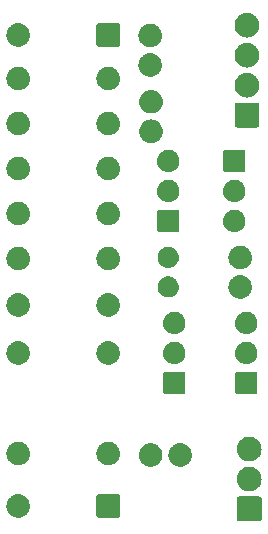
<source format=gbr>
G04 #@! TF.GenerationSoftware,KiCad,Pcbnew,8.0.1*
G04 #@! TF.CreationDate,2024-06-18T23:30:07-04:00*
G04 #@! TF.ProjectId,OdysseyDaughterCardSpotGenerator,4f647973-7365-4794-9461-756768746572,1.3*
G04 #@! TF.SameCoordinates,Original*
G04 #@! TF.FileFunction,Soldermask,Top*
G04 #@! TF.FilePolarity,Negative*
%FSLAX46Y46*%
G04 Gerber Fmt 4.6, Leading zero omitted, Abs format (unit mm)*
G04 Created by KiCad (PCBNEW 8.0.1) date 2024-06-18 23:30:07*
%MOMM*%
%LPD*%
G01*
G04 APERTURE LIST*
G04 APERTURE END LIST*
G36*
X157584043Y-119857191D02*
G01*
X157616727Y-119861494D01*
X157624948Y-119865327D01*
X157644537Y-119869224D01*
X157670480Y-119886559D01*
X157681608Y-119891748D01*
X157688378Y-119898518D01*
X157709421Y-119912579D01*
X157723481Y-119933621D01*
X157730251Y-119940391D01*
X157735438Y-119951516D01*
X157752776Y-119977463D01*
X157756672Y-119997053D01*
X157760505Y-120005272D01*
X157764806Y-120037945D01*
X157768000Y-120054000D01*
X157768000Y-121754000D01*
X157764805Y-121770058D01*
X157760505Y-121802727D01*
X157756673Y-121810944D01*
X157752776Y-121830537D01*
X157735437Y-121856485D01*
X157730251Y-121867608D01*
X157723483Y-121874375D01*
X157709421Y-121895421D01*
X157688375Y-121909483D01*
X157681608Y-121916251D01*
X157670485Y-121921437D01*
X157644537Y-121938776D01*
X157624944Y-121942673D01*
X157616727Y-121946505D01*
X157584056Y-121950806D01*
X157568000Y-121954000D01*
X155868000Y-121954000D01*
X155851943Y-121950806D01*
X155819272Y-121946505D01*
X155811053Y-121942672D01*
X155791463Y-121938776D01*
X155765516Y-121921438D01*
X155754391Y-121916251D01*
X155747621Y-121909481D01*
X155726579Y-121895421D01*
X155712518Y-121874378D01*
X155705748Y-121867608D01*
X155700559Y-121856480D01*
X155683224Y-121830537D01*
X155679327Y-121810948D01*
X155675494Y-121802727D01*
X155671190Y-121770041D01*
X155668000Y-121754000D01*
X155668000Y-120054000D01*
X155671190Y-120037958D01*
X155675494Y-120005272D01*
X155679327Y-119997049D01*
X155683224Y-119977463D01*
X155700557Y-119951521D01*
X155705748Y-119940391D01*
X155712520Y-119933618D01*
X155726579Y-119912579D01*
X155747618Y-119898520D01*
X155754391Y-119891748D01*
X155765521Y-119886557D01*
X155791463Y-119869224D01*
X155811049Y-119865327D01*
X155819272Y-119861494D01*
X155851960Y-119857190D01*
X155868000Y-119854000D01*
X157568000Y-119854000D01*
X157584043Y-119857191D01*
G37*
G36*
X137208724Y-119654799D02*
G01*
X137252218Y-119654799D01*
X137300658Y-119663853D01*
X137355090Y-119669215D01*
X137396438Y-119681757D01*
X137433518Y-119688689D01*
X137484868Y-119708582D01*
X137542683Y-119726120D01*
X137575720Y-119743778D01*
X137605501Y-119755316D01*
X137657245Y-119787354D01*
X137715570Y-119818530D01*
X137740076Y-119838641D01*
X137762311Y-119852409D01*
X137811575Y-119897319D01*
X137867107Y-119942893D01*
X137883563Y-119962945D01*
X137898611Y-119976663D01*
X137942297Y-120034513D01*
X137991470Y-120094430D01*
X138000977Y-120112218D01*
X138009762Y-120123850D01*
X138044713Y-120194040D01*
X138083880Y-120267317D01*
X138088056Y-120281086D01*
X138091972Y-120288949D01*
X138115105Y-120370255D01*
X138140785Y-120454910D01*
X138141628Y-120463473D01*
X138142446Y-120466347D01*
X138150943Y-120558047D01*
X138160000Y-120650000D01*
X138150942Y-120741960D01*
X138142446Y-120833652D01*
X138141628Y-120836524D01*
X138140785Y-120845090D01*
X138115100Y-120929759D01*
X138091972Y-121011050D01*
X138088057Y-121018911D01*
X138083880Y-121032683D01*
X138044705Y-121105972D01*
X138009762Y-121176149D01*
X138000979Y-121187778D01*
X137991470Y-121205570D01*
X137942288Y-121265498D01*
X137898611Y-121323336D01*
X137883566Y-121337050D01*
X137867107Y-121357107D01*
X137811564Y-121402689D01*
X137762311Y-121447590D01*
X137740081Y-121461354D01*
X137715570Y-121481470D01*
X137657233Y-121512651D01*
X137605501Y-121544683D01*
X137575727Y-121556217D01*
X137542683Y-121573880D01*
X137484856Y-121591421D01*
X137433518Y-121611310D01*
X137396445Y-121618240D01*
X137355090Y-121630785D01*
X137300655Y-121636146D01*
X137252218Y-121645201D01*
X137208724Y-121645201D01*
X137160000Y-121650000D01*
X137111276Y-121645201D01*
X137067782Y-121645201D01*
X137019343Y-121636146D01*
X136964910Y-121630785D01*
X136923555Y-121618240D01*
X136886481Y-121611310D01*
X136835139Y-121591419D01*
X136777317Y-121573880D01*
X136744275Y-121556218D01*
X136714498Y-121544683D01*
X136662759Y-121512647D01*
X136604430Y-121481470D01*
X136579921Y-121461356D01*
X136557688Y-121447590D01*
X136508425Y-121402681D01*
X136452893Y-121357107D01*
X136436436Y-121337054D01*
X136421388Y-121323336D01*
X136377699Y-121265482D01*
X136328530Y-121205570D01*
X136319022Y-121187783D01*
X136310237Y-121176149D01*
X136275279Y-121105945D01*
X136236120Y-121032683D01*
X136231943Y-121018916D01*
X136228027Y-121011050D01*
X136204882Y-120929706D01*
X136179215Y-120845090D01*
X136178371Y-120836530D01*
X136177553Y-120833652D01*
X136169040Y-120741788D01*
X136160000Y-120650000D01*
X136169039Y-120558219D01*
X136177553Y-120466347D01*
X136178372Y-120463468D01*
X136179215Y-120454910D01*
X136204878Y-120370308D01*
X136228027Y-120288949D01*
X136231944Y-120281081D01*
X136236120Y-120267317D01*
X136275272Y-120194068D01*
X136310237Y-120123850D01*
X136319024Y-120112213D01*
X136328530Y-120094430D01*
X136377689Y-120034528D01*
X136421388Y-119976663D01*
X136436439Y-119962941D01*
X136452893Y-119942893D01*
X136508414Y-119897327D01*
X136557688Y-119852409D01*
X136579926Y-119838639D01*
X136604430Y-119818530D01*
X136662747Y-119787358D01*
X136714498Y-119755316D01*
X136744282Y-119743777D01*
X136777317Y-119726120D01*
X136835127Y-119708583D01*
X136886481Y-119688689D01*
X136923562Y-119681757D01*
X136964910Y-119669215D01*
X137019340Y-119663853D01*
X137067782Y-119654799D01*
X137111276Y-119654799D01*
X137160000Y-119650000D01*
X137208724Y-119654799D01*
G37*
G36*
X145596043Y-119653191D02*
G01*
X145628727Y-119657494D01*
X145636948Y-119661327D01*
X145656537Y-119665224D01*
X145682480Y-119682559D01*
X145693608Y-119687748D01*
X145700378Y-119694518D01*
X145721421Y-119708579D01*
X145735481Y-119729621D01*
X145742251Y-119736391D01*
X145747438Y-119747516D01*
X145764776Y-119773463D01*
X145768672Y-119793053D01*
X145772505Y-119801272D01*
X145776806Y-119833945D01*
X145780000Y-119850000D01*
X145780000Y-121450000D01*
X145776805Y-121466058D01*
X145772505Y-121498727D01*
X145768673Y-121506944D01*
X145764776Y-121526537D01*
X145747437Y-121552485D01*
X145742251Y-121563608D01*
X145735483Y-121570375D01*
X145721421Y-121591421D01*
X145700375Y-121605483D01*
X145693608Y-121612251D01*
X145682485Y-121617437D01*
X145656537Y-121634776D01*
X145636944Y-121638673D01*
X145628727Y-121642505D01*
X145596056Y-121646806D01*
X145580000Y-121650000D01*
X143980000Y-121650000D01*
X143963943Y-121646806D01*
X143931272Y-121642505D01*
X143923053Y-121638672D01*
X143903463Y-121634776D01*
X143877516Y-121617438D01*
X143866391Y-121612251D01*
X143859621Y-121605481D01*
X143838579Y-121591421D01*
X143824518Y-121570378D01*
X143817748Y-121563608D01*
X143812559Y-121552480D01*
X143795224Y-121526537D01*
X143791327Y-121506948D01*
X143787494Y-121498727D01*
X143783190Y-121466041D01*
X143780000Y-121450000D01*
X143780000Y-119850000D01*
X143783190Y-119833958D01*
X143787494Y-119801272D01*
X143791327Y-119793049D01*
X143795224Y-119773463D01*
X143812557Y-119747521D01*
X143817748Y-119736391D01*
X143824520Y-119729618D01*
X143838579Y-119708579D01*
X143859618Y-119694520D01*
X143866391Y-119687748D01*
X143877521Y-119682557D01*
X143903463Y-119665224D01*
X143923049Y-119661327D01*
X143931272Y-119657494D01*
X143963960Y-119653190D01*
X143980000Y-119650000D01*
X145580000Y-119650000D01*
X145596043Y-119653191D01*
G37*
G36*
X156768889Y-117319012D02*
G01*
X156814830Y-117319012D01*
X156865988Y-117328575D01*
X156922845Y-117334175D01*
X156966042Y-117347278D01*
X157005202Y-117354599D01*
X157059438Y-117375609D01*
X157119818Y-117393926D01*
X157154315Y-117412365D01*
X157185786Y-117424557D01*
X157240469Y-117458415D01*
X157301349Y-117490957D01*
X157326929Y-117511950D01*
X157350442Y-117526509D01*
X157402546Y-117574008D01*
X157460462Y-117621538D01*
X157477621Y-117642446D01*
X157493564Y-117656980D01*
X157539838Y-117718258D01*
X157591043Y-117780651D01*
X157600947Y-117799180D01*
X157610273Y-117811530D01*
X157647372Y-117886034D01*
X157688074Y-117962182D01*
X157692415Y-117976492D01*
X157696596Y-117984889D01*
X157721295Y-118071697D01*
X157747825Y-118159155D01*
X157748696Y-118168003D01*
X157749594Y-118171158D01*
X157758933Y-118271944D01*
X157768000Y-118364000D01*
X157758932Y-118456063D01*
X157749594Y-118556841D01*
X157748696Y-118559994D01*
X157747825Y-118568845D01*
X157721290Y-118656317D01*
X157696596Y-118743110D01*
X157692415Y-118751504D01*
X157688074Y-118765818D01*
X157647364Y-118841979D01*
X157610273Y-118916469D01*
X157600949Y-118928815D01*
X157591043Y-118947349D01*
X157539829Y-119009752D01*
X157493564Y-119071019D01*
X157477624Y-119085549D01*
X157460462Y-119106462D01*
X157402535Y-119154000D01*
X157350442Y-119201490D01*
X157326934Y-119216045D01*
X157301349Y-119237043D01*
X157240457Y-119269590D01*
X157185786Y-119303442D01*
X157154321Y-119315631D01*
X157119818Y-119334074D01*
X157059426Y-119352393D01*
X157005202Y-119373400D01*
X156966049Y-119380719D01*
X156922845Y-119393825D01*
X156865985Y-119399425D01*
X156814830Y-119408988D01*
X156768889Y-119408988D01*
X156718000Y-119414000D01*
X156667111Y-119408988D01*
X156621170Y-119408988D01*
X156570014Y-119399424D01*
X156513155Y-119393825D01*
X156469952Y-119380719D01*
X156430797Y-119373400D01*
X156376569Y-119352392D01*
X156316182Y-119334074D01*
X156281680Y-119315632D01*
X156250213Y-119303442D01*
X156195535Y-119269586D01*
X156134651Y-119237043D01*
X156109068Y-119216047D01*
X156085557Y-119201490D01*
X156033454Y-119153992D01*
X155975538Y-119106462D01*
X155958378Y-119085553D01*
X155942435Y-119071019D01*
X155896158Y-119009737D01*
X155844957Y-118947349D01*
X155835053Y-118928820D01*
X155825726Y-118916469D01*
X155788620Y-118841951D01*
X155747926Y-118765818D01*
X155743585Y-118751509D01*
X155739403Y-118743110D01*
X155714693Y-118656264D01*
X155688175Y-118568845D01*
X155687303Y-118560000D01*
X155686405Y-118556841D01*
X155677050Y-118455891D01*
X155668000Y-118364000D01*
X155677049Y-118272116D01*
X155686405Y-118171158D01*
X155687304Y-118167998D01*
X155688175Y-118159155D01*
X155714688Y-118071750D01*
X155739403Y-117984889D01*
X155743586Y-117976487D01*
X155747926Y-117962182D01*
X155788613Y-117886061D01*
X155825726Y-117811530D01*
X155835054Y-117799176D01*
X155844957Y-117780651D01*
X155896148Y-117718274D01*
X155942435Y-117656980D01*
X155958381Y-117642442D01*
X155975538Y-117621538D01*
X156033443Y-117574016D01*
X156085557Y-117526509D01*
X156109073Y-117511948D01*
X156134651Y-117490957D01*
X156195523Y-117458419D01*
X156250213Y-117424557D01*
X156281687Y-117412363D01*
X156316182Y-117393926D01*
X156376557Y-117375611D01*
X156430797Y-117354599D01*
X156469959Y-117347278D01*
X156513155Y-117334175D01*
X156570011Y-117328575D01*
X156621170Y-117319012D01*
X156667111Y-117319012D01*
X156718000Y-117314000D01*
X156768889Y-117319012D01*
G37*
G36*
X148424724Y-115336799D02*
G01*
X148468218Y-115336799D01*
X148516658Y-115345853D01*
X148571090Y-115351215D01*
X148612438Y-115363757D01*
X148649518Y-115370689D01*
X148700868Y-115390582D01*
X148758683Y-115408120D01*
X148791720Y-115425778D01*
X148821501Y-115437316D01*
X148873245Y-115469354D01*
X148931570Y-115500530D01*
X148956076Y-115520641D01*
X148978311Y-115534409D01*
X149027575Y-115579319D01*
X149083107Y-115624893D01*
X149099563Y-115644945D01*
X149114611Y-115658663D01*
X149158297Y-115716513D01*
X149207470Y-115776430D01*
X149216977Y-115794218D01*
X149225762Y-115805850D01*
X149260713Y-115876040D01*
X149299880Y-115949317D01*
X149304056Y-115963086D01*
X149307972Y-115970949D01*
X149331105Y-116052255D01*
X149356785Y-116136910D01*
X149357628Y-116145473D01*
X149358446Y-116148347D01*
X149366943Y-116240047D01*
X149376000Y-116332000D01*
X149366942Y-116423960D01*
X149358446Y-116515652D01*
X149357628Y-116518524D01*
X149356785Y-116527090D01*
X149331100Y-116611759D01*
X149307972Y-116693050D01*
X149304057Y-116700911D01*
X149299880Y-116714683D01*
X149260705Y-116787972D01*
X149225762Y-116858149D01*
X149216979Y-116869778D01*
X149207470Y-116887570D01*
X149158288Y-116947498D01*
X149114611Y-117005336D01*
X149099566Y-117019050D01*
X149083107Y-117039107D01*
X149027564Y-117084689D01*
X148978311Y-117129590D01*
X148956081Y-117143354D01*
X148931570Y-117163470D01*
X148873233Y-117194651D01*
X148821501Y-117226683D01*
X148791727Y-117238217D01*
X148758683Y-117255880D01*
X148700856Y-117273421D01*
X148649518Y-117293310D01*
X148612445Y-117300240D01*
X148571090Y-117312785D01*
X148516655Y-117318146D01*
X148468218Y-117327201D01*
X148424724Y-117327201D01*
X148376000Y-117332000D01*
X148327276Y-117327201D01*
X148283782Y-117327201D01*
X148235343Y-117318146D01*
X148180910Y-117312785D01*
X148139555Y-117300240D01*
X148102481Y-117293310D01*
X148051139Y-117273419D01*
X147993317Y-117255880D01*
X147960275Y-117238218D01*
X147930498Y-117226683D01*
X147878759Y-117194647D01*
X147820430Y-117163470D01*
X147795921Y-117143356D01*
X147773688Y-117129590D01*
X147724425Y-117084681D01*
X147668893Y-117039107D01*
X147652436Y-117019054D01*
X147637388Y-117005336D01*
X147593699Y-116947482D01*
X147544530Y-116887570D01*
X147535022Y-116869783D01*
X147526237Y-116858149D01*
X147491279Y-116787945D01*
X147452120Y-116714683D01*
X147447943Y-116700916D01*
X147444027Y-116693050D01*
X147420882Y-116611706D01*
X147395215Y-116527090D01*
X147394371Y-116518530D01*
X147393553Y-116515652D01*
X147385040Y-116423788D01*
X147376000Y-116332000D01*
X147385039Y-116240219D01*
X147393553Y-116148347D01*
X147394372Y-116145468D01*
X147395215Y-116136910D01*
X147420878Y-116052308D01*
X147444027Y-115970949D01*
X147447944Y-115963081D01*
X147452120Y-115949317D01*
X147491272Y-115876068D01*
X147526237Y-115805850D01*
X147535024Y-115794213D01*
X147544530Y-115776430D01*
X147593689Y-115716528D01*
X147637388Y-115658663D01*
X147652439Y-115644941D01*
X147668893Y-115624893D01*
X147724414Y-115579327D01*
X147773688Y-115534409D01*
X147795926Y-115520639D01*
X147820430Y-115500530D01*
X147878747Y-115469358D01*
X147930498Y-115437316D01*
X147960282Y-115425777D01*
X147993317Y-115408120D01*
X148051127Y-115390583D01*
X148102481Y-115370689D01*
X148139562Y-115363757D01*
X148180910Y-115351215D01*
X148235340Y-115345853D01*
X148283782Y-115336799D01*
X148327276Y-115336799D01*
X148376000Y-115332000D01*
X148424724Y-115336799D01*
G37*
G36*
X150924724Y-115336799D02*
G01*
X150968218Y-115336799D01*
X151016658Y-115345853D01*
X151071090Y-115351215D01*
X151112438Y-115363757D01*
X151149518Y-115370689D01*
X151200868Y-115390582D01*
X151258683Y-115408120D01*
X151291720Y-115425778D01*
X151321501Y-115437316D01*
X151373245Y-115469354D01*
X151431570Y-115500530D01*
X151456076Y-115520641D01*
X151478311Y-115534409D01*
X151527575Y-115579319D01*
X151583107Y-115624893D01*
X151599563Y-115644945D01*
X151614611Y-115658663D01*
X151658297Y-115716513D01*
X151707470Y-115776430D01*
X151716977Y-115794218D01*
X151725762Y-115805850D01*
X151760713Y-115876040D01*
X151799880Y-115949317D01*
X151804056Y-115963086D01*
X151807972Y-115970949D01*
X151831105Y-116052255D01*
X151856785Y-116136910D01*
X151857628Y-116145473D01*
X151858446Y-116148347D01*
X151866943Y-116240047D01*
X151876000Y-116332000D01*
X151866942Y-116423960D01*
X151858446Y-116515652D01*
X151857628Y-116518524D01*
X151856785Y-116527090D01*
X151831100Y-116611759D01*
X151807972Y-116693050D01*
X151804057Y-116700911D01*
X151799880Y-116714683D01*
X151760705Y-116787972D01*
X151725762Y-116858149D01*
X151716979Y-116869778D01*
X151707470Y-116887570D01*
X151658288Y-116947498D01*
X151614611Y-117005336D01*
X151599566Y-117019050D01*
X151583107Y-117039107D01*
X151527564Y-117084689D01*
X151478311Y-117129590D01*
X151456081Y-117143354D01*
X151431570Y-117163470D01*
X151373233Y-117194651D01*
X151321501Y-117226683D01*
X151291727Y-117238217D01*
X151258683Y-117255880D01*
X151200856Y-117273421D01*
X151149518Y-117293310D01*
X151112445Y-117300240D01*
X151071090Y-117312785D01*
X151016655Y-117318146D01*
X150968218Y-117327201D01*
X150924724Y-117327201D01*
X150876000Y-117332000D01*
X150827276Y-117327201D01*
X150783782Y-117327201D01*
X150735343Y-117318146D01*
X150680910Y-117312785D01*
X150639555Y-117300240D01*
X150602481Y-117293310D01*
X150551139Y-117273419D01*
X150493317Y-117255880D01*
X150460275Y-117238218D01*
X150430498Y-117226683D01*
X150378759Y-117194647D01*
X150320430Y-117163470D01*
X150295921Y-117143356D01*
X150273688Y-117129590D01*
X150224425Y-117084681D01*
X150168893Y-117039107D01*
X150152436Y-117019054D01*
X150137388Y-117005336D01*
X150093699Y-116947482D01*
X150044530Y-116887570D01*
X150035022Y-116869783D01*
X150026237Y-116858149D01*
X149991279Y-116787945D01*
X149952120Y-116714683D01*
X149947943Y-116700916D01*
X149944027Y-116693050D01*
X149920882Y-116611706D01*
X149895215Y-116527090D01*
X149894371Y-116518530D01*
X149893553Y-116515652D01*
X149885040Y-116423788D01*
X149876000Y-116332000D01*
X149885039Y-116240219D01*
X149893553Y-116148347D01*
X149894372Y-116145468D01*
X149895215Y-116136910D01*
X149920878Y-116052308D01*
X149944027Y-115970949D01*
X149947944Y-115963081D01*
X149952120Y-115949317D01*
X149991272Y-115876068D01*
X150026237Y-115805850D01*
X150035024Y-115794213D01*
X150044530Y-115776430D01*
X150093689Y-115716528D01*
X150137388Y-115658663D01*
X150152439Y-115644941D01*
X150168893Y-115624893D01*
X150224414Y-115579327D01*
X150273688Y-115534409D01*
X150295926Y-115520639D01*
X150320430Y-115500530D01*
X150378747Y-115469358D01*
X150430498Y-115437316D01*
X150460282Y-115425777D01*
X150493317Y-115408120D01*
X150551127Y-115390583D01*
X150602481Y-115370689D01*
X150639562Y-115363757D01*
X150680910Y-115351215D01*
X150735340Y-115345853D01*
X150783782Y-115336799D01*
X150827276Y-115336799D01*
X150876000Y-115332000D01*
X150924724Y-115336799D01*
G37*
G36*
X137208724Y-115209799D02*
G01*
X137252218Y-115209799D01*
X137300658Y-115218853D01*
X137355090Y-115224215D01*
X137396438Y-115236757D01*
X137433518Y-115243689D01*
X137484868Y-115263582D01*
X137542683Y-115281120D01*
X137575720Y-115298778D01*
X137605501Y-115310316D01*
X137657245Y-115342354D01*
X137715570Y-115373530D01*
X137740076Y-115393641D01*
X137762311Y-115407409D01*
X137811575Y-115452319D01*
X137867107Y-115497893D01*
X137883563Y-115517945D01*
X137898611Y-115531663D01*
X137942297Y-115589513D01*
X137991470Y-115649430D01*
X138000977Y-115667218D01*
X138009762Y-115678850D01*
X138044713Y-115749040D01*
X138083880Y-115822317D01*
X138088056Y-115836086D01*
X138091972Y-115843949D01*
X138115105Y-115925255D01*
X138140785Y-116009910D01*
X138141628Y-116018473D01*
X138142446Y-116021347D01*
X138150943Y-116113047D01*
X138160000Y-116205000D01*
X138150942Y-116296960D01*
X138142446Y-116388652D01*
X138141628Y-116391524D01*
X138140785Y-116400090D01*
X138115100Y-116484759D01*
X138091972Y-116566050D01*
X138088057Y-116573911D01*
X138083880Y-116587683D01*
X138044705Y-116660972D01*
X138009762Y-116731149D01*
X138000979Y-116742778D01*
X137991470Y-116760570D01*
X137942288Y-116820498D01*
X137898611Y-116878336D01*
X137883566Y-116892050D01*
X137867107Y-116912107D01*
X137811564Y-116957689D01*
X137762311Y-117002590D01*
X137740081Y-117016354D01*
X137715570Y-117036470D01*
X137657233Y-117067651D01*
X137605501Y-117099683D01*
X137575727Y-117111217D01*
X137542683Y-117128880D01*
X137484856Y-117146421D01*
X137433518Y-117166310D01*
X137396445Y-117173240D01*
X137355090Y-117185785D01*
X137300655Y-117191146D01*
X137252218Y-117200201D01*
X137208724Y-117200201D01*
X137160000Y-117205000D01*
X137111276Y-117200201D01*
X137067782Y-117200201D01*
X137019343Y-117191146D01*
X136964910Y-117185785D01*
X136923555Y-117173240D01*
X136886481Y-117166310D01*
X136835139Y-117146419D01*
X136777317Y-117128880D01*
X136744275Y-117111218D01*
X136714498Y-117099683D01*
X136662759Y-117067647D01*
X136604430Y-117036470D01*
X136579921Y-117016356D01*
X136557688Y-117002590D01*
X136508425Y-116957681D01*
X136452893Y-116912107D01*
X136436436Y-116892054D01*
X136421388Y-116878336D01*
X136377699Y-116820482D01*
X136328530Y-116760570D01*
X136319022Y-116742783D01*
X136310237Y-116731149D01*
X136275279Y-116660945D01*
X136236120Y-116587683D01*
X136231943Y-116573916D01*
X136228027Y-116566050D01*
X136204882Y-116484706D01*
X136179215Y-116400090D01*
X136178371Y-116391530D01*
X136177553Y-116388652D01*
X136169040Y-116296788D01*
X136160000Y-116205000D01*
X136169039Y-116113219D01*
X136177553Y-116021347D01*
X136178372Y-116018468D01*
X136179215Y-116009910D01*
X136204878Y-115925308D01*
X136228027Y-115843949D01*
X136231944Y-115836081D01*
X136236120Y-115822317D01*
X136275272Y-115749068D01*
X136310237Y-115678850D01*
X136319024Y-115667213D01*
X136328530Y-115649430D01*
X136377689Y-115589528D01*
X136421388Y-115531663D01*
X136436439Y-115517941D01*
X136452893Y-115497893D01*
X136508414Y-115452327D01*
X136557688Y-115407409D01*
X136579926Y-115393639D01*
X136604430Y-115373530D01*
X136662747Y-115342358D01*
X136714498Y-115310316D01*
X136744282Y-115298777D01*
X136777317Y-115281120D01*
X136835127Y-115263583D01*
X136886481Y-115243689D01*
X136923562Y-115236757D01*
X136964910Y-115224215D01*
X137019340Y-115218853D01*
X137067782Y-115209799D01*
X137111276Y-115209799D01*
X137160000Y-115205000D01*
X137208724Y-115209799D01*
G37*
G36*
X144828724Y-115209799D02*
G01*
X144872218Y-115209799D01*
X144920658Y-115218853D01*
X144975090Y-115224215D01*
X145016438Y-115236757D01*
X145053518Y-115243689D01*
X145104868Y-115263582D01*
X145162683Y-115281120D01*
X145195720Y-115298778D01*
X145225501Y-115310316D01*
X145277245Y-115342354D01*
X145335570Y-115373530D01*
X145360076Y-115393641D01*
X145382311Y-115407409D01*
X145431575Y-115452319D01*
X145487107Y-115497893D01*
X145503563Y-115517945D01*
X145518611Y-115531663D01*
X145562297Y-115589513D01*
X145611470Y-115649430D01*
X145620977Y-115667218D01*
X145629762Y-115678850D01*
X145664713Y-115749040D01*
X145703880Y-115822317D01*
X145708056Y-115836086D01*
X145711972Y-115843949D01*
X145735105Y-115925255D01*
X145760785Y-116009910D01*
X145761628Y-116018473D01*
X145762446Y-116021347D01*
X145770943Y-116113047D01*
X145780000Y-116205000D01*
X145770942Y-116296960D01*
X145762446Y-116388652D01*
X145761628Y-116391524D01*
X145760785Y-116400090D01*
X145735100Y-116484759D01*
X145711972Y-116566050D01*
X145708057Y-116573911D01*
X145703880Y-116587683D01*
X145664705Y-116660972D01*
X145629762Y-116731149D01*
X145620979Y-116742778D01*
X145611470Y-116760570D01*
X145562288Y-116820498D01*
X145518611Y-116878336D01*
X145503566Y-116892050D01*
X145487107Y-116912107D01*
X145431564Y-116957689D01*
X145382311Y-117002590D01*
X145360081Y-117016354D01*
X145335570Y-117036470D01*
X145277233Y-117067651D01*
X145225501Y-117099683D01*
X145195727Y-117111217D01*
X145162683Y-117128880D01*
X145104856Y-117146421D01*
X145053518Y-117166310D01*
X145016445Y-117173240D01*
X144975090Y-117185785D01*
X144920655Y-117191146D01*
X144872218Y-117200201D01*
X144828724Y-117200201D01*
X144780000Y-117205000D01*
X144731276Y-117200201D01*
X144687782Y-117200201D01*
X144639343Y-117191146D01*
X144584910Y-117185785D01*
X144543555Y-117173240D01*
X144506481Y-117166310D01*
X144455139Y-117146419D01*
X144397317Y-117128880D01*
X144364275Y-117111218D01*
X144334498Y-117099683D01*
X144282759Y-117067647D01*
X144224430Y-117036470D01*
X144199921Y-117016356D01*
X144177688Y-117002590D01*
X144128425Y-116957681D01*
X144072893Y-116912107D01*
X144056436Y-116892054D01*
X144041388Y-116878336D01*
X143997699Y-116820482D01*
X143948530Y-116760570D01*
X143939022Y-116742783D01*
X143930237Y-116731149D01*
X143895279Y-116660945D01*
X143856120Y-116587683D01*
X143851943Y-116573916D01*
X143848027Y-116566050D01*
X143824882Y-116484706D01*
X143799215Y-116400090D01*
X143798371Y-116391530D01*
X143797553Y-116388652D01*
X143789040Y-116296788D01*
X143780000Y-116205000D01*
X143789039Y-116113219D01*
X143797553Y-116021347D01*
X143798372Y-116018468D01*
X143799215Y-116009910D01*
X143824878Y-115925308D01*
X143848027Y-115843949D01*
X143851944Y-115836081D01*
X143856120Y-115822317D01*
X143895272Y-115749068D01*
X143930237Y-115678850D01*
X143939024Y-115667213D01*
X143948530Y-115649430D01*
X143997689Y-115589528D01*
X144041388Y-115531663D01*
X144056439Y-115517941D01*
X144072893Y-115497893D01*
X144128414Y-115452327D01*
X144177688Y-115407409D01*
X144199926Y-115393639D01*
X144224430Y-115373530D01*
X144282747Y-115342358D01*
X144334498Y-115310316D01*
X144364282Y-115298777D01*
X144397317Y-115281120D01*
X144455127Y-115263583D01*
X144506481Y-115243689D01*
X144543562Y-115236757D01*
X144584910Y-115224215D01*
X144639340Y-115218853D01*
X144687782Y-115209799D01*
X144731276Y-115209799D01*
X144780000Y-115205000D01*
X144828724Y-115209799D01*
G37*
G36*
X156768889Y-114779012D02*
G01*
X156814830Y-114779012D01*
X156865988Y-114788575D01*
X156922845Y-114794175D01*
X156966042Y-114807278D01*
X157005202Y-114814599D01*
X157059438Y-114835609D01*
X157119818Y-114853926D01*
X157154315Y-114872365D01*
X157185786Y-114884557D01*
X157240469Y-114918415D01*
X157301349Y-114950957D01*
X157326929Y-114971950D01*
X157350442Y-114986509D01*
X157402546Y-115034008D01*
X157460462Y-115081538D01*
X157477621Y-115102446D01*
X157493564Y-115116980D01*
X157539838Y-115178258D01*
X157591043Y-115240651D01*
X157600947Y-115259180D01*
X157610273Y-115271530D01*
X157647372Y-115346034D01*
X157688074Y-115422182D01*
X157692415Y-115436492D01*
X157696596Y-115444889D01*
X157721285Y-115531663D01*
X157747825Y-115619155D01*
X157748696Y-115628003D01*
X157749594Y-115631158D01*
X157758933Y-115731944D01*
X157768000Y-115824000D01*
X157758932Y-115916063D01*
X157749594Y-116016841D01*
X157748696Y-116019994D01*
X157747825Y-116028845D01*
X157721290Y-116116317D01*
X157696596Y-116203110D01*
X157692415Y-116211504D01*
X157688074Y-116225818D01*
X157647364Y-116301979D01*
X157610273Y-116376469D01*
X157600949Y-116388815D01*
X157591043Y-116407349D01*
X157539829Y-116469752D01*
X157493564Y-116531019D01*
X157477624Y-116545549D01*
X157460462Y-116566462D01*
X157402535Y-116614000D01*
X157350442Y-116661490D01*
X157326934Y-116676045D01*
X157301349Y-116697043D01*
X157240457Y-116729590D01*
X157185786Y-116763442D01*
X157154321Y-116775631D01*
X157119818Y-116794074D01*
X157059426Y-116812393D01*
X157005202Y-116833400D01*
X156966049Y-116840719D01*
X156922845Y-116853825D01*
X156865985Y-116859425D01*
X156814830Y-116868988D01*
X156768889Y-116868988D01*
X156718000Y-116874000D01*
X156667111Y-116868988D01*
X156621170Y-116868988D01*
X156570014Y-116859424D01*
X156513155Y-116853825D01*
X156469952Y-116840719D01*
X156430797Y-116833400D01*
X156376569Y-116812392D01*
X156316182Y-116794074D01*
X156281680Y-116775632D01*
X156250213Y-116763442D01*
X156195535Y-116729586D01*
X156134651Y-116697043D01*
X156109068Y-116676047D01*
X156085557Y-116661490D01*
X156033454Y-116613992D01*
X155975538Y-116566462D01*
X155958378Y-116545553D01*
X155942435Y-116531019D01*
X155896158Y-116469737D01*
X155844957Y-116407349D01*
X155835053Y-116388820D01*
X155825726Y-116376469D01*
X155788620Y-116301951D01*
X155747926Y-116225818D01*
X155743585Y-116211509D01*
X155739403Y-116203110D01*
X155714693Y-116116264D01*
X155688175Y-116028845D01*
X155687303Y-116020000D01*
X155686405Y-116016841D01*
X155677050Y-115915891D01*
X155668000Y-115824000D01*
X155677049Y-115732116D01*
X155686405Y-115631158D01*
X155687304Y-115627998D01*
X155688175Y-115619155D01*
X155714688Y-115531750D01*
X155739403Y-115444889D01*
X155743586Y-115436487D01*
X155747926Y-115422182D01*
X155788613Y-115346061D01*
X155825726Y-115271530D01*
X155835054Y-115259176D01*
X155844957Y-115240651D01*
X155896148Y-115178274D01*
X155942435Y-115116980D01*
X155958381Y-115102442D01*
X155975538Y-115081538D01*
X156033443Y-115034016D01*
X156085557Y-114986509D01*
X156109073Y-114971948D01*
X156134651Y-114950957D01*
X156195523Y-114918419D01*
X156250213Y-114884557D01*
X156281687Y-114872363D01*
X156316182Y-114853926D01*
X156376557Y-114835611D01*
X156430797Y-114814599D01*
X156469959Y-114807278D01*
X156513155Y-114794175D01*
X156570011Y-114788575D01*
X156621170Y-114779012D01*
X156667111Y-114779012D01*
X156718000Y-114774000D01*
X156768889Y-114779012D01*
G37*
G36*
X151168023Y-109288650D02*
G01*
X151180670Y-109294547D01*
X151196036Y-109297604D01*
X151216389Y-109311204D01*
X151234485Y-109319642D01*
X151245493Y-109330650D01*
X151262192Y-109341808D01*
X151273349Y-109358506D01*
X151284357Y-109369514D01*
X151292794Y-109387607D01*
X151306396Y-109407964D01*
X151309452Y-109423331D01*
X151315349Y-109435976D01*
X151318000Y-109456111D01*
X151318000Y-111015888D01*
X151315349Y-111036023D01*
X151309453Y-111048666D01*
X151306396Y-111064036D01*
X151292792Y-111084394D01*
X151284357Y-111102485D01*
X151273351Y-111113490D01*
X151262192Y-111130192D01*
X151245490Y-111141351D01*
X151234485Y-111152357D01*
X151216394Y-111160792D01*
X151196036Y-111174396D01*
X151180666Y-111177453D01*
X151168023Y-111183349D01*
X151147889Y-111186000D01*
X151137698Y-111186000D01*
X149598302Y-111186000D01*
X149588111Y-111186000D01*
X149567976Y-111183349D01*
X149555331Y-111177452D01*
X149539964Y-111174396D01*
X149519607Y-111160794D01*
X149501514Y-111152357D01*
X149490506Y-111141349D01*
X149473808Y-111130192D01*
X149462650Y-111113493D01*
X149451642Y-111102485D01*
X149443204Y-111084389D01*
X149429604Y-111064036D01*
X149426547Y-111048670D01*
X149420650Y-111036023D01*
X149418000Y-111015888D01*
X149418000Y-109456111D01*
X149420650Y-109435976D01*
X149426547Y-109423327D01*
X149429604Y-109407964D01*
X149443202Y-109387612D01*
X149451642Y-109369514D01*
X149462652Y-109358503D01*
X149473808Y-109341808D01*
X149490503Y-109330652D01*
X149501514Y-109319642D01*
X149519612Y-109311202D01*
X149539964Y-109297604D01*
X149555327Y-109294547D01*
X149567976Y-109288650D01*
X149588111Y-109286000D01*
X151147889Y-109286000D01*
X151168023Y-109288650D01*
G37*
G36*
X157264023Y-109288650D02*
G01*
X157276670Y-109294547D01*
X157292036Y-109297604D01*
X157312389Y-109311204D01*
X157330485Y-109319642D01*
X157341493Y-109330650D01*
X157358192Y-109341808D01*
X157369349Y-109358506D01*
X157380357Y-109369514D01*
X157388794Y-109387607D01*
X157402396Y-109407964D01*
X157405452Y-109423331D01*
X157411349Y-109435976D01*
X157414000Y-109456111D01*
X157414000Y-111015888D01*
X157411349Y-111036023D01*
X157405453Y-111048666D01*
X157402396Y-111064036D01*
X157388792Y-111084394D01*
X157380357Y-111102485D01*
X157369351Y-111113490D01*
X157358192Y-111130192D01*
X157341490Y-111141351D01*
X157330485Y-111152357D01*
X157312394Y-111160792D01*
X157292036Y-111174396D01*
X157276666Y-111177453D01*
X157264023Y-111183349D01*
X157243889Y-111186000D01*
X157233698Y-111186000D01*
X155694302Y-111186000D01*
X155684111Y-111186000D01*
X155663976Y-111183349D01*
X155651331Y-111177452D01*
X155635964Y-111174396D01*
X155615607Y-111160794D01*
X155597514Y-111152357D01*
X155586506Y-111141349D01*
X155569808Y-111130192D01*
X155558650Y-111113493D01*
X155547642Y-111102485D01*
X155539204Y-111084389D01*
X155525604Y-111064036D01*
X155522547Y-111048670D01*
X155516650Y-111036023D01*
X155514000Y-111015888D01*
X155514000Y-109456111D01*
X155516650Y-109435976D01*
X155522547Y-109423327D01*
X155525604Y-109407964D01*
X155539202Y-109387612D01*
X155547642Y-109369514D01*
X155558652Y-109358503D01*
X155569808Y-109341808D01*
X155586503Y-109330652D01*
X155597514Y-109319642D01*
X155615612Y-109311202D01*
X155635964Y-109297604D01*
X155651327Y-109294547D01*
X155663976Y-109288650D01*
X155684111Y-109286000D01*
X157243889Y-109286000D01*
X157264023Y-109288650D01*
G37*
G36*
X137208724Y-106700799D02*
G01*
X137252218Y-106700799D01*
X137300658Y-106709853D01*
X137355090Y-106715215D01*
X137396438Y-106727757D01*
X137433518Y-106734689D01*
X137484868Y-106754582D01*
X137542683Y-106772120D01*
X137575720Y-106789778D01*
X137605501Y-106801316D01*
X137657245Y-106833354D01*
X137715570Y-106864530D01*
X137740076Y-106884641D01*
X137762311Y-106898409D01*
X137811575Y-106943319D01*
X137867107Y-106988893D01*
X137883563Y-107008945D01*
X137898611Y-107022663D01*
X137942297Y-107080513D01*
X137991470Y-107140430D01*
X138000977Y-107158218D01*
X138009762Y-107169850D01*
X138044713Y-107240040D01*
X138083880Y-107313317D01*
X138088056Y-107327086D01*
X138091972Y-107334949D01*
X138115105Y-107416255D01*
X138140785Y-107500910D01*
X138141628Y-107509473D01*
X138142446Y-107512347D01*
X138150943Y-107604047D01*
X138160000Y-107696000D01*
X138150942Y-107787960D01*
X138142446Y-107879652D01*
X138141628Y-107882524D01*
X138140785Y-107891090D01*
X138115100Y-107975759D01*
X138091972Y-108057050D01*
X138088057Y-108064911D01*
X138083880Y-108078683D01*
X138044705Y-108151972D01*
X138009762Y-108222149D01*
X138000979Y-108233778D01*
X137991470Y-108251570D01*
X137942288Y-108311498D01*
X137898611Y-108369336D01*
X137883566Y-108383050D01*
X137867107Y-108403107D01*
X137811564Y-108448689D01*
X137762311Y-108493590D01*
X137740081Y-108507354D01*
X137715570Y-108527470D01*
X137657233Y-108558651D01*
X137605501Y-108590683D01*
X137575727Y-108602217D01*
X137542683Y-108619880D01*
X137484856Y-108637421D01*
X137433518Y-108657310D01*
X137396445Y-108664240D01*
X137355090Y-108676785D01*
X137300655Y-108682146D01*
X137252218Y-108691201D01*
X137208724Y-108691201D01*
X137160000Y-108696000D01*
X137111276Y-108691201D01*
X137067782Y-108691201D01*
X137019343Y-108682146D01*
X136964910Y-108676785D01*
X136923555Y-108664240D01*
X136886481Y-108657310D01*
X136835139Y-108637419D01*
X136777317Y-108619880D01*
X136744275Y-108602218D01*
X136714498Y-108590683D01*
X136662759Y-108558647D01*
X136604430Y-108527470D01*
X136579921Y-108507356D01*
X136557688Y-108493590D01*
X136508425Y-108448681D01*
X136452893Y-108403107D01*
X136436436Y-108383054D01*
X136421388Y-108369336D01*
X136377699Y-108311482D01*
X136328530Y-108251570D01*
X136319022Y-108233783D01*
X136310237Y-108222149D01*
X136275279Y-108151945D01*
X136236120Y-108078683D01*
X136231943Y-108064916D01*
X136228027Y-108057050D01*
X136204882Y-107975706D01*
X136179215Y-107891090D01*
X136178371Y-107882530D01*
X136177553Y-107879652D01*
X136169040Y-107787788D01*
X136160000Y-107696000D01*
X136169039Y-107604219D01*
X136177553Y-107512347D01*
X136178372Y-107509468D01*
X136179215Y-107500910D01*
X136204878Y-107416308D01*
X136228027Y-107334949D01*
X136231944Y-107327081D01*
X136236120Y-107313317D01*
X136275272Y-107240068D01*
X136310237Y-107169850D01*
X136319024Y-107158213D01*
X136328530Y-107140430D01*
X136377689Y-107080528D01*
X136421388Y-107022663D01*
X136436439Y-107008941D01*
X136452893Y-106988893D01*
X136508414Y-106943327D01*
X136557688Y-106898409D01*
X136579926Y-106884639D01*
X136604430Y-106864530D01*
X136662747Y-106833358D01*
X136714498Y-106801316D01*
X136744282Y-106789777D01*
X136777317Y-106772120D01*
X136835127Y-106754583D01*
X136886481Y-106734689D01*
X136923562Y-106727757D01*
X136964910Y-106715215D01*
X137019340Y-106709853D01*
X137067782Y-106700799D01*
X137111276Y-106700799D01*
X137160000Y-106696000D01*
X137208724Y-106700799D01*
G37*
G36*
X144828724Y-106700799D02*
G01*
X144872218Y-106700799D01*
X144920658Y-106709853D01*
X144975090Y-106715215D01*
X145016438Y-106727757D01*
X145053518Y-106734689D01*
X145104868Y-106754582D01*
X145162683Y-106772120D01*
X145195720Y-106789778D01*
X145225501Y-106801316D01*
X145277245Y-106833354D01*
X145335570Y-106864530D01*
X145360076Y-106884641D01*
X145382311Y-106898409D01*
X145431575Y-106943319D01*
X145487107Y-106988893D01*
X145503563Y-107008945D01*
X145518611Y-107022663D01*
X145562297Y-107080513D01*
X145611470Y-107140430D01*
X145620977Y-107158218D01*
X145629762Y-107169850D01*
X145664713Y-107240040D01*
X145703880Y-107313317D01*
X145708056Y-107327086D01*
X145711972Y-107334949D01*
X145735105Y-107416255D01*
X145760785Y-107500910D01*
X145761628Y-107509473D01*
X145762446Y-107512347D01*
X145770943Y-107604047D01*
X145780000Y-107696000D01*
X145770942Y-107787960D01*
X145762446Y-107879652D01*
X145761628Y-107882524D01*
X145760785Y-107891090D01*
X145735100Y-107975759D01*
X145711972Y-108057050D01*
X145708057Y-108064911D01*
X145703880Y-108078683D01*
X145664705Y-108151972D01*
X145629762Y-108222149D01*
X145620979Y-108233778D01*
X145611470Y-108251570D01*
X145562288Y-108311498D01*
X145518611Y-108369336D01*
X145503566Y-108383050D01*
X145487107Y-108403107D01*
X145431564Y-108448689D01*
X145382311Y-108493590D01*
X145360081Y-108507354D01*
X145335570Y-108527470D01*
X145277233Y-108558651D01*
X145225501Y-108590683D01*
X145195727Y-108602217D01*
X145162683Y-108619880D01*
X145104856Y-108637421D01*
X145053518Y-108657310D01*
X145016445Y-108664240D01*
X144975090Y-108676785D01*
X144920655Y-108682146D01*
X144872218Y-108691201D01*
X144828724Y-108691201D01*
X144780000Y-108696000D01*
X144731276Y-108691201D01*
X144687782Y-108691201D01*
X144639343Y-108682146D01*
X144584910Y-108676785D01*
X144543555Y-108664240D01*
X144506481Y-108657310D01*
X144455139Y-108637419D01*
X144397317Y-108619880D01*
X144364275Y-108602218D01*
X144334498Y-108590683D01*
X144282759Y-108558647D01*
X144224430Y-108527470D01*
X144199921Y-108507356D01*
X144177688Y-108493590D01*
X144128425Y-108448681D01*
X144072893Y-108403107D01*
X144056436Y-108383054D01*
X144041388Y-108369336D01*
X143997699Y-108311482D01*
X143948530Y-108251570D01*
X143939022Y-108233783D01*
X143930237Y-108222149D01*
X143895279Y-108151945D01*
X143856120Y-108078683D01*
X143851943Y-108064916D01*
X143848027Y-108057050D01*
X143824882Y-107975706D01*
X143799215Y-107891090D01*
X143798371Y-107882530D01*
X143797553Y-107879652D01*
X143789040Y-107787788D01*
X143780000Y-107696000D01*
X143789039Y-107604219D01*
X143797553Y-107512347D01*
X143798372Y-107509468D01*
X143799215Y-107500910D01*
X143824878Y-107416308D01*
X143848027Y-107334949D01*
X143851944Y-107327081D01*
X143856120Y-107313317D01*
X143895272Y-107240068D01*
X143930237Y-107169850D01*
X143939024Y-107158213D01*
X143948530Y-107140430D01*
X143997689Y-107080528D01*
X144041388Y-107022663D01*
X144056439Y-107008941D01*
X144072893Y-106988893D01*
X144128414Y-106943327D01*
X144177688Y-106898409D01*
X144199926Y-106884639D01*
X144224430Y-106864530D01*
X144282747Y-106833358D01*
X144334498Y-106801316D01*
X144364282Y-106789777D01*
X144397317Y-106772120D01*
X144455127Y-106754583D01*
X144506481Y-106734689D01*
X144543562Y-106727757D01*
X144584910Y-106715215D01*
X144639340Y-106709853D01*
X144687782Y-106700799D01*
X144731276Y-106700799D01*
X144780000Y-106696000D01*
X144828724Y-106700799D01*
G37*
G36*
X150414675Y-106746000D02*
G01*
X150456028Y-106746000D01*
X150502078Y-106754608D01*
X150554233Y-106759745D01*
X150593855Y-106771764D01*
X150629096Y-106778352D01*
X150677904Y-106797260D01*
X150733308Y-106814067D01*
X150764962Y-106830986D01*
X150793267Y-106841952D01*
X150842449Y-106872404D01*
X150898346Y-106902282D01*
X150921830Y-106921555D01*
X150942955Y-106934635D01*
X150989760Y-106977304D01*
X151043002Y-107020998D01*
X151058779Y-107040222D01*
X151073064Y-107053245D01*
X151114533Y-107108159D01*
X151161718Y-107165654D01*
X151170842Y-107182724D01*
X151179167Y-107193748D01*
X151212287Y-107260262D01*
X151249933Y-107330692D01*
X151253947Y-107343927D01*
X151257643Y-107351348D01*
X151279467Y-107428055D01*
X151304255Y-107509767D01*
X151305069Y-107518035D01*
X151305824Y-107520688D01*
X151313671Y-107605374D01*
X151322597Y-107696000D01*
X151313670Y-107786633D01*
X151305824Y-107871311D01*
X151305069Y-107873962D01*
X151304255Y-107882233D01*
X151279463Y-107963960D01*
X151257643Y-108040651D01*
X151253948Y-108048070D01*
X151249933Y-108061308D01*
X151212280Y-108131750D01*
X151179167Y-108198251D01*
X151170844Y-108209272D01*
X151161718Y-108226346D01*
X151114524Y-108283852D01*
X151073064Y-108338754D01*
X151058782Y-108351773D01*
X151043002Y-108371002D01*
X150989749Y-108414704D01*
X150942955Y-108457364D01*
X150921835Y-108470440D01*
X150898346Y-108489718D01*
X150842438Y-108519601D01*
X150793267Y-108550047D01*
X150764969Y-108561009D01*
X150733308Y-108577933D01*
X150677892Y-108594743D01*
X150629096Y-108613647D01*
X150593862Y-108620233D01*
X150554233Y-108632255D01*
X150502075Y-108637391D01*
X150456028Y-108646000D01*
X150414675Y-108646000D01*
X150368000Y-108650597D01*
X150321325Y-108646000D01*
X150279972Y-108646000D01*
X150233923Y-108637391D01*
X150181767Y-108632255D01*
X150142138Y-108620233D01*
X150106903Y-108613647D01*
X150058102Y-108594741D01*
X150002692Y-108577933D01*
X149971032Y-108561010D01*
X149942732Y-108550047D01*
X149893554Y-108519597D01*
X149837654Y-108489718D01*
X149814167Y-108470443D01*
X149793044Y-108457364D01*
X149746240Y-108414696D01*
X149692998Y-108371002D01*
X149677220Y-108351776D01*
X149662935Y-108338754D01*
X149621463Y-108283836D01*
X149574282Y-108226346D01*
X149565158Y-108209276D01*
X149556832Y-108198251D01*
X149523705Y-108131723D01*
X149486067Y-108061308D01*
X149482052Y-108048075D01*
X149478356Y-108040651D01*
X149456520Y-107963906D01*
X149431745Y-107882233D01*
X149430930Y-107873968D01*
X149430175Y-107871311D01*
X149422312Y-107786462D01*
X149413403Y-107696000D01*
X149422311Y-107605545D01*
X149430175Y-107520688D01*
X149430931Y-107518030D01*
X149431745Y-107509767D01*
X149456516Y-107428108D01*
X149478356Y-107351348D01*
X149482053Y-107343922D01*
X149486067Y-107330692D01*
X149523697Y-107260290D01*
X149556832Y-107193748D01*
X149565160Y-107182719D01*
X149574282Y-107165654D01*
X149621453Y-107108174D01*
X149662935Y-107053245D01*
X149677223Y-107040219D01*
X149692998Y-107020998D01*
X149746229Y-106977312D01*
X149793044Y-106934635D01*
X149814172Y-106921552D01*
X149837654Y-106902282D01*
X149893542Y-106872408D01*
X149942732Y-106841952D01*
X149971039Y-106830985D01*
X150002692Y-106814067D01*
X150058090Y-106797261D01*
X150106903Y-106778352D01*
X150142145Y-106771764D01*
X150181767Y-106759745D01*
X150233920Y-106754608D01*
X150279972Y-106746000D01*
X150321325Y-106746000D01*
X150368000Y-106741403D01*
X150414675Y-106746000D01*
G37*
G36*
X156510675Y-106746000D02*
G01*
X156552028Y-106746000D01*
X156598078Y-106754608D01*
X156650233Y-106759745D01*
X156689855Y-106771764D01*
X156725096Y-106778352D01*
X156773904Y-106797260D01*
X156829308Y-106814067D01*
X156860962Y-106830986D01*
X156889267Y-106841952D01*
X156938449Y-106872404D01*
X156994346Y-106902282D01*
X157017830Y-106921555D01*
X157038955Y-106934635D01*
X157085760Y-106977304D01*
X157139002Y-107020998D01*
X157154779Y-107040222D01*
X157169064Y-107053245D01*
X157210533Y-107108159D01*
X157257718Y-107165654D01*
X157266842Y-107182724D01*
X157275167Y-107193748D01*
X157308287Y-107260262D01*
X157345933Y-107330692D01*
X157349947Y-107343927D01*
X157353643Y-107351348D01*
X157375467Y-107428055D01*
X157400255Y-107509767D01*
X157401069Y-107518035D01*
X157401824Y-107520688D01*
X157409671Y-107605374D01*
X157418597Y-107696000D01*
X157409670Y-107786633D01*
X157401824Y-107871311D01*
X157401069Y-107873962D01*
X157400255Y-107882233D01*
X157375463Y-107963960D01*
X157353643Y-108040651D01*
X157349948Y-108048070D01*
X157345933Y-108061308D01*
X157308280Y-108131750D01*
X157275167Y-108198251D01*
X157266844Y-108209272D01*
X157257718Y-108226346D01*
X157210524Y-108283852D01*
X157169064Y-108338754D01*
X157154782Y-108351773D01*
X157139002Y-108371002D01*
X157085749Y-108414704D01*
X157038955Y-108457364D01*
X157017835Y-108470440D01*
X156994346Y-108489718D01*
X156938438Y-108519601D01*
X156889267Y-108550047D01*
X156860969Y-108561009D01*
X156829308Y-108577933D01*
X156773892Y-108594743D01*
X156725096Y-108613647D01*
X156689862Y-108620233D01*
X156650233Y-108632255D01*
X156598075Y-108637391D01*
X156552028Y-108646000D01*
X156510675Y-108646000D01*
X156464000Y-108650597D01*
X156417325Y-108646000D01*
X156375972Y-108646000D01*
X156329923Y-108637391D01*
X156277767Y-108632255D01*
X156238138Y-108620233D01*
X156202903Y-108613647D01*
X156154102Y-108594741D01*
X156098692Y-108577933D01*
X156067032Y-108561010D01*
X156038732Y-108550047D01*
X155989554Y-108519597D01*
X155933654Y-108489718D01*
X155910167Y-108470443D01*
X155889044Y-108457364D01*
X155842240Y-108414696D01*
X155788998Y-108371002D01*
X155773220Y-108351776D01*
X155758935Y-108338754D01*
X155717463Y-108283836D01*
X155670282Y-108226346D01*
X155661158Y-108209276D01*
X155652832Y-108198251D01*
X155619705Y-108131723D01*
X155582067Y-108061308D01*
X155578052Y-108048075D01*
X155574356Y-108040651D01*
X155552520Y-107963906D01*
X155527745Y-107882233D01*
X155526930Y-107873968D01*
X155526175Y-107871311D01*
X155518312Y-107786462D01*
X155509403Y-107696000D01*
X155518311Y-107605545D01*
X155526175Y-107520688D01*
X155526931Y-107518030D01*
X155527745Y-107509767D01*
X155552516Y-107428108D01*
X155574356Y-107351348D01*
X155578053Y-107343922D01*
X155582067Y-107330692D01*
X155619697Y-107260290D01*
X155652832Y-107193748D01*
X155661160Y-107182719D01*
X155670282Y-107165654D01*
X155717453Y-107108174D01*
X155758935Y-107053245D01*
X155773223Y-107040219D01*
X155788998Y-107020998D01*
X155842229Y-106977312D01*
X155889044Y-106934635D01*
X155910172Y-106921552D01*
X155933654Y-106902282D01*
X155989542Y-106872408D01*
X156038732Y-106841952D01*
X156067039Y-106830985D01*
X156098692Y-106814067D01*
X156154090Y-106797261D01*
X156202903Y-106778352D01*
X156238145Y-106771764D01*
X156277767Y-106759745D01*
X156329920Y-106754608D01*
X156375972Y-106746000D01*
X156417325Y-106746000D01*
X156464000Y-106741403D01*
X156510675Y-106746000D01*
G37*
G36*
X150414675Y-104206000D02*
G01*
X150456028Y-104206000D01*
X150502078Y-104214608D01*
X150554233Y-104219745D01*
X150593855Y-104231764D01*
X150629096Y-104238352D01*
X150677904Y-104257260D01*
X150733308Y-104274067D01*
X150764962Y-104290986D01*
X150793267Y-104301952D01*
X150842449Y-104332404D01*
X150898346Y-104362282D01*
X150921830Y-104381555D01*
X150942955Y-104394635D01*
X150989760Y-104437304D01*
X151043002Y-104480998D01*
X151058779Y-104500222D01*
X151073064Y-104513245D01*
X151114533Y-104568159D01*
X151161718Y-104625654D01*
X151170842Y-104642724D01*
X151179167Y-104653748D01*
X151212287Y-104720262D01*
X151249933Y-104790692D01*
X151253947Y-104803927D01*
X151257643Y-104811348D01*
X151279467Y-104888055D01*
X151304255Y-104969767D01*
X151305069Y-104978035D01*
X151305824Y-104980688D01*
X151313671Y-105065374D01*
X151322597Y-105156000D01*
X151313670Y-105246633D01*
X151305824Y-105331311D01*
X151305069Y-105333962D01*
X151304255Y-105342233D01*
X151279463Y-105423960D01*
X151257643Y-105500651D01*
X151253948Y-105508070D01*
X151249933Y-105521308D01*
X151212280Y-105591750D01*
X151179167Y-105658251D01*
X151170844Y-105669272D01*
X151161718Y-105686346D01*
X151114524Y-105743852D01*
X151073064Y-105798754D01*
X151058782Y-105811773D01*
X151043002Y-105831002D01*
X150989749Y-105874704D01*
X150942955Y-105917364D01*
X150921835Y-105930440D01*
X150898346Y-105949718D01*
X150842438Y-105979601D01*
X150793267Y-106010047D01*
X150764969Y-106021009D01*
X150733308Y-106037933D01*
X150677892Y-106054743D01*
X150629096Y-106073647D01*
X150593862Y-106080233D01*
X150554233Y-106092255D01*
X150502075Y-106097391D01*
X150456028Y-106106000D01*
X150414675Y-106106000D01*
X150368000Y-106110597D01*
X150321325Y-106106000D01*
X150279972Y-106106000D01*
X150233923Y-106097391D01*
X150181767Y-106092255D01*
X150142138Y-106080233D01*
X150106903Y-106073647D01*
X150058102Y-106054741D01*
X150002692Y-106037933D01*
X149971032Y-106021010D01*
X149942732Y-106010047D01*
X149893554Y-105979597D01*
X149837654Y-105949718D01*
X149814167Y-105930443D01*
X149793044Y-105917364D01*
X149746240Y-105874696D01*
X149692998Y-105831002D01*
X149677220Y-105811776D01*
X149662935Y-105798754D01*
X149621463Y-105743836D01*
X149574282Y-105686346D01*
X149565158Y-105669276D01*
X149556832Y-105658251D01*
X149523705Y-105591723D01*
X149486067Y-105521308D01*
X149482052Y-105508075D01*
X149478356Y-105500651D01*
X149456520Y-105423906D01*
X149431745Y-105342233D01*
X149430930Y-105333968D01*
X149430175Y-105331311D01*
X149422312Y-105246462D01*
X149413403Y-105156000D01*
X149422311Y-105065545D01*
X149430175Y-104980688D01*
X149430931Y-104978030D01*
X149431745Y-104969767D01*
X149456516Y-104888108D01*
X149478356Y-104811348D01*
X149482053Y-104803922D01*
X149486067Y-104790692D01*
X149523697Y-104720290D01*
X149556832Y-104653748D01*
X149565160Y-104642719D01*
X149574282Y-104625654D01*
X149621453Y-104568174D01*
X149662935Y-104513245D01*
X149677223Y-104500219D01*
X149692998Y-104480998D01*
X149746229Y-104437312D01*
X149793044Y-104394635D01*
X149814172Y-104381552D01*
X149837654Y-104362282D01*
X149893542Y-104332408D01*
X149942732Y-104301952D01*
X149971039Y-104290985D01*
X150002692Y-104274067D01*
X150058090Y-104257261D01*
X150106903Y-104238352D01*
X150142145Y-104231764D01*
X150181767Y-104219745D01*
X150233920Y-104214608D01*
X150279972Y-104206000D01*
X150321325Y-104206000D01*
X150368000Y-104201403D01*
X150414675Y-104206000D01*
G37*
G36*
X156510675Y-104206000D02*
G01*
X156552028Y-104206000D01*
X156598078Y-104214608D01*
X156650233Y-104219745D01*
X156689855Y-104231764D01*
X156725096Y-104238352D01*
X156773904Y-104257260D01*
X156829308Y-104274067D01*
X156860962Y-104290986D01*
X156889267Y-104301952D01*
X156938449Y-104332404D01*
X156994346Y-104362282D01*
X157017830Y-104381555D01*
X157038955Y-104394635D01*
X157085760Y-104437304D01*
X157139002Y-104480998D01*
X157154779Y-104500222D01*
X157169064Y-104513245D01*
X157210533Y-104568159D01*
X157257718Y-104625654D01*
X157266842Y-104642724D01*
X157275167Y-104653748D01*
X157308287Y-104720262D01*
X157345933Y-104790692D01*
X157349947Y-104803927D01*
X157353643Y-104811348D01*
X157375467Y-104888055D01*
X157400255Y-104969767D01*
X157401069Y-104978035D01*
X157401824Y-104980688D01*
X157409671Y-105065374D01*
X157418597Y-105156000D01*
X157409670Y-105246633D01*
X157401824Y-105331311D01*
X157401069Y-105333962D01*
X157400255Y-105342233D01*
X157375463Y-105423960D01*
X157353643Y-105500651D01*
X157349948Y-105508070D01*
X157345933Y-105521308D01*
X157308280Y-105591750D01*
X157275167Y-105658251D01*
X157266844Y-105669272D01*
X157257718Y-105686346D01*
X157210524Y-105743852D01*
X157169064Y-105798754D01*
X157154782Y-105811773D01*
X157139002Y-105831002D01*
X157085749Y-105874704D01*
X157038955Y-105917364D01*
X157017835Y-105930440D01*
X156994346Y-105949718D01*
X156938438Y-105979601D01*
X156889267Y-106010047D01*
X156860969Y-106021009D01*
X156829308Y-106037933D01*
X156773892Y-106054743D01*
X156725096Y-106073647D01*
X156689862Y-106080233D01*
X156650233Y-106092255D01*
X156598075Y-106097391D01*
X156552028Y-106106000D01*
X156510675Y-106106000D01*
X156464000Y-106110597D01*
X156417325Y-106106000D01*
X156375972Y-106106000D01*
X156329923Y-106097391D01*
X156277767Y-106092255D01*
X156238138Y-106080233D01*
X156202903Y-106073647D01*
X156154102Y-106054741D01*
X156098692Y-106037933D01*
X156067032Y-106021010D01*
X156038732Y-106010047D01*
X155989554Y-105979597D01*
X155933654Y-105949718D01*
X155910167Y-105930443D01*
X155889044Y-105917364D01*
X155842240Y-105874696D01*
X155788998Y-105831002D01*
X155773220Y-105811776D01*
X155758935Y-105798754D01*
X155717463Y-105743836D01*
X155670282Y-105686346D01*
X155661158Y-105669276D01*
X155652832Y-105658251D01*
X155619705Y-105591723D01*
X155582067Y-105521308D01*
X155578052Y-105508075D01*
X155574356Y-105500651D01*
X155552520Y-105423906D01*
X155527745Y-105342233D01*
X155526930Y-105333968D01*
X155526175Y-105331311D01*
X155518312Y-105246462D01*
X155509403Y-105156000D01*
X155518311Y-105065545D01*
X155526175Y-104980688D01*
X155526931Y-104978030D01*
X155527745Y-104969767D01*
X155552516Y-104888108D01*
X155574356Y-104811348D01*
X155578053Y-104803922D01*
X155582067Y-104790692D01*
X155619697Y-104720290D01*
X155652832Y-104653748D01*
X155661160Y-104642719D01*
X155670282Y-104625654D01*
X155717453Y-104568174D01*
X155758935Y-104513245D01*
X155773223Y-104500219D01*
X155788998Y-104480998D01*
X155842229Y-104437312D01*
X155889044Y-104394635D01*
X155910172Y-104381552D01*
X155933654Y-104362282D01*
X155989542Y-104332408D01*
X156038732Y-104301952D01*
X156067039Y-104290985D01*
X156098692Y-104274067D01*
X156154090Y-104257261D01*
X156202903Y-104238352D01*
X156238145Y-104231764D01*
X156277767Y-104219745D01*
X156329920Y-104214608D01*
X156375972Y-104206000D01*
X156417325Y-104206000D01*
X156464000Y-104201403D01*
X156510675Y-104206000D01*
G37*
G36*
X137208724Y-102636799D02*
G01*
X137252218Y-102636799D01*
X137300658Y-102645853D01*
X137355090Y-102651215D01*
X137396438Y-102663757D01*
X137433518Y-102670689D01*
X137484868Y-102690582D01*
X137542683Y-102708120D01*
X137575720Y-102725778D01*
X137605501Y-102737316D01*
X137657245Y-102769354D01*
X137715570Y-102800530D01*
X137740076Y-102820641D01*
X137762311Y-102834409D01*
X137811575Y-102879319D01*
X137867107Y-102924893D01*
X137883563Y-102944945D01*
X137898611Y-102958663D01*
X137942297Y-103016513D01*
X137991470Y-103076430D01*
X138000977Y-103094218D01*
X138009762Y-103105850D01*
X138044713Y-103176040D01*
X138083880Y-103249317D01*
X138088056Y-103263086D01*
X138091972Y-103270949D01*
X138115105Y-103352255D01*
X138140785Y-103436910D01*
X138141628Y-103445473D01*
X138142446Y-103448347D01*
X138150943Y-103540047D01*
X138160000Y-103632000D01*
X138150942Y-103723960D01*
X138142446Y-103815652D01*
X138141628Y-103818524D01*
X138140785Y-103827090D01*
X138115100Y-103911759D01*
X138091972Y-103993050D01*
X138088057Y-104000911D01*
X138083880Y-104014683D01*
X138044705Y-104087972D01*
X138009762Y-104158149D01*
X138000979Y-104169778D01*
X137991470Y-104187570D01*
X137942288Y-104247498D01*
X137898611Y-104305336D01*
X137883566Y-104319050D01*
X137867107Y-104339107D01*
X137811564Y-104384689D01*
X137762311Y-104429590D01*
X137740081Y-104443354D01*
X137715570Y-104463470D01*
X137657233Y-104494651D01*
X137605501Y-104526683D01*
X137575727Y-104538217D01*
X137542683Y-104555880D01*
X137484856Y-104573421D01*
X137433518Y-104593310D01*
X137396445Y-104600240D01*
X137355090Y-104612785D01*
X137300655Y-104618146D01*
X137252218Y-104627201D01*
X137208724Y-104627201D01*
X137160000Y-104632000D01*
X137111276Y-104627201D01*
X137067782Y-104627201D01*
X137019343Y-104618146D01*
X136964910Y-104612785D01*
X136923555Y-104600240D01*
X136886481Y-104593310D01*
X136835139Y-104573419D01*
X136777317Y-104555880D01*
X136744275Y-104538218D01*
X136714498Y-104526683D01*
X136662759Y-104494647D01*
X136604430Y-104463470D01*
X136579921Y-104443356D01*
X136557688Y-104429590D01*
X136508425Y-104384681D01*
X136452893Y-104339107D01*
X136436436Y-104319054D01*
X136421388Y-104305336D01*
X136377699Y-104247482D01*
X136328530Y-104187570D01*
X136319022Y-104169783D01*
X136310237Y-104158149D01*
X136275279Y-104087945D01*
X136236120Y-104014683D01*
X136231943Y-104000916D01*
X136228027Y-103993050D01*
X136204882Y-103911706D01*
X136179215Y-103827090D01*
X136178371Y-103818530D01*
X136177553Y-103815652D01*
X136169040Y-103723788D01*
X136160000Y-103632000D01*
X136169039Y-103540219D01*
X136177553Y-103448347D01*
X136178372Y-103445468D01*
X136179215Y-103436910D01*
X136204878Y-103352308D01*
X136228027Y-103270949D01*
X136231944Y-103263081D01*
X136236120Y-103249317D01*
X136275272Y-103176068D01*
X136310237Y-103105850D01*
X136319024Y-103094213D01*
X136328530Y-103076430D01*
X136377689Y-103016528D01*
X136421388Y-102958663D01*
X136436439Y-102944941D01*
X136452893Y-102924893D01*
X136508414Y-102879327D01*
X136557688Y-102834409D01*
X136579926Y-102820639D01*
X136604430Y-102800530D01*
X136662747Y-102769358D01*
X136714498Y-102737316D01*
X136744282Y-102725777D01*
X136777317Y-102708120D01*
X136835127Y-102690583D01*
X136886481Y-102670689D01*
X136923562Y-102663757D01*
X136964910Y-102651215D01*
X137019340Y-102645853D01*
X137067782Y-102636799D01*
X137111276Y-102636799D01*
X137160000Y-102632000D01*
X137208724Y-102636799D01*
G37*
G36*
X144828724Y-102636799D02*
G01*
X144872218Y-102636799D01*
X144920658Y-102645853D01*
X144975090Y-102651215D01*
X145016438Y-102663757D01*
X145053518Y-102670689D01*
X145104868Y-102690582D01*
X145162683Y-102708120D01*
X145195720Y-102725778D01*
X145225501Y-102737316D01*
X145277245Y-102769354D01*
X145335570Y-102800530D01*
X145360076Y-102820641D01*
X145382311Y-102834409D01*
X145431575Y-102879319D01*
X145487107Y-102924893D01*
X145503563Y-102944945D01*
X145518611Y-102958663D01*
X145562297Y-103016513D01*
X145611470Y-103076430D01*
X145620977Y-103094218D01*
X145629762Y-103105850D01*
X145664713Y-103176040D01*
X145703880Y-103249317D01*
X145708056Y-103263086D01*
X145711972Y-103270949D01*
X145735105Y-103352255D01*
X145760785Y-103436910D01*
X145761628Y-103445473D01*
X145762446Y-103448347D01*
X145770943Y-103540047D01*
X145780000Y-103632000D01*
X145770942Y-103723960D01*
X145762446Y-103815652D01*
X145761628Y-103818524D01*
X145760785Y-103827090D01*
X145735100Y-103911759D01*
X145711972Y-103993050D01*
X145708057Y-104000911D01*
X145703880Y-104014683D01*
X145664705Y-104087972D01*
X145629762Y-104158149D01*
X145620979Y-104169778D01*
X145611470Y-104187570D01*
X145562288Y-104247498D01*
X145518611Y-104305336D01*
X145503566Y-104319050D01*
X145487107Y-104339107D01*
X145431564Y-104384689D01*
X145382311Y-104429590D01*
X145360081Y-104443354D01*
X145335570Y-104463470D01*
X145277233Y-104494651D01*
X145225501Y-104526683D01*
X145195727Y-104538217D01*
X145162683Y-104555880D01*
X145104856Y-104573421D01*
X145053518Y-104593310D01*
X145016445Y-104600240D01*
X144975090Y-104612785D01*
X144920655Y-104618146D01*
X144872218Y-104627201D01*
X144828724Y-104627201D01*
X144780000Y-104632000D01*
X144731276Y-104627201D01*
X144687782Y-104627201D01*
X144639343Y-104618146D01*
X144584910Y-104612785D01*
X144543555Y-104600240D01*
X144506481Y-104593310D01*
X144455139Y-104573419D01*
X144397317Y-104555880D01*
X144364275Y-104538218D01*
X144334498Y-104526683D01*
X144282759Y-104494647D01*
X144224430Y-104463470D01*
X144199921Y-104443356D01*
X144177688Y-104429590D01*
X144128425Y-104384681D01*
X144072893Y-104339107D01*
X144056436Y-104319054D01*
X144041388Y-104305336D01*
X143997699Y-104247482D01*
X143948530Y-104187570D01*
X143939022Y-104169783D01*
X143930237Y-104158149D01*
X143895279Y-104087945D01*
X143856120Y-104014683D01*
X143851943Y-104000916D01*
X143848027Y-103993050D01*
X143824882Y-103911706D01*
X143799215Y-103827090D01*
X143798371Y-103818530D01*
X143797553Y-103815652D01*
X143789040Y-103723788D01*
X143780000Y-103632000D01*
X143789039Y-103540219D01*
X143797553Y-103448347D01*
X143798372Y-103445468D01*
X143799215Y-103436910D01*
X143824878Y-103352308D01*
X143848027Y-103270949D01*
X143851944Y-103263081D01*
X143856120Y-103249317D01*
X143895272Y-103176068D01*
X143930237Y-103105850D01*
X143939024Y-103094213D01*
X143948530Y-103076430D01*
X143997689Y-103016528D01*
X144041388Y-102958663D01*
X144056439Y-102944941D01*
X144072893Y-102924893D01*
X144128414Y-102879327D01*
X144177688Y-102834409D01*
X144199926Y-102820639D01*
X144224430Y-102800530D01*
X144282747Y-102769358D01*
X144334498Y-102737316D01*
X144364282Y-102725777D01*
X144397317Y-102708120D01*
X144455127Y-102690583D01*
X144506481Y-102670689D01*
X144543562Y-102663757D01*
X144584910Y-102651215D01*
X144639340Y-102645853D01*
X144687782Y-102636799D01*
X144731276Y-102636799D01*
X144780000Y-102632000D01*
X144828724Y-102636799D01*
G37*
G36*
X156004724Y-101112799D02*
G01*
X156048218Y-101112799D01*
X156096658Y-101121853D01*
X156151090Y-101127215D01*
X156192438Y-101139757D01*
X156229518Y-101146689D01*
X156280868Y-101166582D01*
X156338683Y-101184120D01*
X156371720Y-101201778D01*
X156401501Y-101213316D01*
X156453245Y-101245354D01*
X156511570Y-101276530D01*
X156536076Y-101296641D01*
X156558311Y-101310409D01*
X156607575Y-101355319D01*
X156663107Y-101400893D01*
X156679563Y-101420945D01*
X156694611Y-101434663D01*
X156738297Y-101492513D01*
X156787470Y-101552430D01*
X156796977Y-101570218D01*
X156805762Y-101581850D01*
X156840713Y-101652040D01*
X156879880Y-101725317D01*
X156884056Y-101739086D01*
X156887972Y-101746949D01*
X156911105Y-101828255D01*
X156936785Y-101912910D01*
X156937628Y-101921473D01*
X156938446Y-101924347D01*
X156946943Y-102016047D01*
X156956000Y-102108000D01*
X156946942Y-102199960D01*
X156938446Y-102291652D01*
X156937628Y-102294524D01*
X156936785Y-102303090D01*
X156911100Y-102387759D01*
X156887972Y-102469050D01*
X156884057Y-102476911D01*
X156879880Y-102490683D01*
X156840705Y-102563972D01*
X156805762Y-102634149D01*
X156796979Y-102645778D01*
X156787470Y-102663570D01*
X156738288Y-102723498D01*
X156694611Y-102781336D01*
X156679566Y-102795050D01*
X156663107Y-102815107D01*
X156607564Y-102860689D01*
X156558311Y-102905590D01*
X156536081Y-102919354D01*
X156511570Y-102939470D01*
X156453233Y-102970651D01*
X156401501Y-103002683D01*
X156371727Y-103014217D01*
X156338683Y-103031880D01*
X156280856Y-103049421D01*
X156229518Y-103069310D01*
X156192445Y-103076240D01*
X156151090Y-103088785D01*
X156096655Y-103094146D01*
X156048218Y-103103201D01*
X156004724Y-103103201D01*
X155956000Y-103108000D01*
X155907276Y-103103201D01*
X155863782Y-103103201D01*
X155815343Y-103094146D01*
X155760910Y-103088785D01*
X155719555Y-103076240D01*
X155682481Y-103069310D01*
X155631139Y-103049419D01*
X155573317Y-103031880D01*
X155540275Y-103014218D01*
X155510498Y-103002683D01*
X155458759Y-102970647D01*
X155400430Y-102939470D01*
X155375921Y-102919356D01*
X155353688Y-102905590D01*
X155304425Y-102860681D01*
X155248893Y-102815107D01*
X155232436Y-102795054D01*
X155217388Y-102781336D01*
X155173699Y-102723482D01*
X155124530Y-102663570D01*
X155115022Y-102645783D01*
X155106237Y-102634149D01*
X155071279Y-102563945D01*
X155032120Y-102490683D01*
X155027943Y-102476916D01*
X155024027Y-102469050D01*
X155000882Y-102387706D01*
X154975215Y-102303090D01*
X154974371Y-102294530D01*
X154973553Y-102291652D01*
X154965040Y-102199788D01*
X154956000Y-102108000D01*
X154965039Y-102016219D01*
X154973553Y-101924347D01*
X154974372Y-101921468D01*
X154975215Y-101912910D01*
X155000878Y-101828308D01*
X155024027Y-101746949D01*
X155027944Y-101739081D01*
X155032120Y-101725317D01*
X155071272Y-101652068D01*
X155106237Y-101581850D01*
X155115024Y-101570213D01*
X155124530Y-101552430D01*
X155173689Y-101492528D01*
X155217388Y-101434663D01*
X155232439Y-101420941D01*
X155248893Y-101400893D01*
X155304414Y-101355327D01*
X155353688Y-101310409D01*
X155375926Y-101296639D01*
X155400430Y-101276530D01*
X155458747Y-101245358D01*
X155510498Y-101213316D01*
X155540282Y-101201777D01*
X155573317Y-101184120D01*
X155631127Y-101166583D01*
X155682481Y-101146689D01*
X155719562Y-101139757D01*
X155760910Y-101127215D01*
X155815340Y-101121853D01*
X155863782Y-101112799D01*
X155907276Y-101112799D01*
X155956000Y-101108000D01*
X156004724Y-101112799D01*
G37*
G36*
X149903921Y-101212930D02*
G01*
X149954076Y-101212930D01*
X149997385Y-101222135D01*
X150035460Y-101225886D01*
X150083296Y-101240396D01*
X150138115Y-101252049D01*
X150173191Y-101267665D01*
X150204186Y-101277068D01*
X150253442Y-101303396D01*
X150310000Y-101328577D01*
X150336294Y-101347680D01*
X150359673Y-101360177D01*
X150407367Y-101399318D01*
X150462218Y-101439170D01*
X150480025Y-101458947D01*
X150495968Y-101472031D01*
X150538808Y-101524232D01*
X150588115Y-101578993D01*
X150598474Y-101596935D01*
X150607822Y-101608326D01*
X150642398Y-101673015D01*
X150682191Y-101741937D01*
X150686768Y-101756026D01*
X150690931Y-101763813D01*
X150713875Y-101839450D01*
X150740333Y-101920879D01*
X150741264Y-101929741D01*
X150742113Y-101932539D01*
X150750377Y-102016448D01*
X150760000Y-102108000D01*
X150750376Y-102199559D01*
X150742113Y-102283460D01*
X150741264Y-102286256D01*
X150740333Y-102295121D01*
X150713870Y-102376563D01*
X150690931Y-102452186D01*
X150686769Y-102459971D01*
X150682191Y-102474063D01*
X150642391Y-102542997D01*
X150607822Y-102607673D01*
X150598476Y-102619060D01*
X150588115Y-102637007D01*
X150538799Y-102691777D01*
X150495968Y-102743968D01*
X150480029Y-102757048D01*
X150462218Y-102776830D01*
X150407356Y-102816688D01*
X150359673Y-102855822D01*
X150336299Y-102868315D01*
X150310000Y-102887423D01*
X150253431Y-102912608D01*
X150204186Y-102938931D01*
X150173198Y-102948330D01*
X150138115Y-102963951D01*
X150083285Y-102975605D01*
X150035460Y-102990113D01*
X149997394Y-102993862D01*
X149954076Y-103003070D01*
X149903911Y-103003070D01*
X149860000Y-103007395D01*
X149816089Y-103003070D01*
X149765924Y-103003070D01*
X149722605Y-102993862D01*
X149684539Y-102990113D01*
X149636711Y-102975604D01*
X149581885Y-102963951D01*
X149546803Y-102948331D01*
X149515813Y-102938931D01*
X149466562Y-102912606D01*
X149410000Y-102887423D01*
X149383703Y-102868317D01*
X149360326Y-102855822D01*
X149312634Y-102816682D01*
X149257782Y-102776830D01*
X149239973Y-102757051D01*
X149224031Y-102743968D01*
X149181189Y-102691765D01*
X149131885Y-102637007D01*
X149121526Y-102619065D01*
X149112177Y-102607673D01*
X149077594Y-102542974D01*
X149037809Y-102474063D01*
X149033231Y-102459976D01*
X149029068Y-102452186D01*
X149006114Y-102376517D01*
X148979667Y-102295121D01*
X148978735Y-102286261D01*
X148977886Y-102283460D01*
X148969607Y-102199408D01*
X148960000Y-102108000D01*
X148969606Y-102016599D01*
X148977886Y-101932539D01*
X148978736Y-101929736D01*
X148979667Y-101920879D01*
X149006109Y-101839496D01*
X149029068Y-101763813D01*
X149033232Y-101756021D01*
X149037809Y-101741937D01*
X149077587Y-101673038D01*
X149112177Y-101608326D01*
X149121528Y-101596931D01*
X149131885Y-101578993D01*
X149181180Y-101524245D01*
X149224031Y-101472031D01*
X149239976Y-101458944D01*
X149257782Y-101439170D01*
X149312623Y-101399325D01*
X149360326Y-101360177D01*
X149383708Y-101347678D01*
X149410000Y-101328577D01*
X149466551Y-101303398D01*
X149515813Y-101277068D01*
X149546810Y-101267664D01*
X149581885Y-101252049D01*
X149636700Y-101240397D01*
X149684539Y-101225886D01*
X149722614Y-101222135D01*
X149765924Y-101212930D01*
X149816079Y-101212930D01*
X149860000Y-101208604D01*
X149903921Y-101212930D01*
G37*
G36*
X137208724Y-98699799D02*
G01*
X137252218Y-98699799D01*
X137300658Y-98708853D01*
X137355090Y-98714215D01*
X137396438Y-98726757D01*
X137433518Y-98733689D01*
X137484868Y-98753582D01*
X137542683Y-98771120D01*
X137575720Y-98788778D01*
X137605501Y-98800316D01*
X137657245Y-98832354D01*
X137715570Y-98863530D01*
X137740076Y-98883641D01*
X137762311Y-98897409D01*
X137811575Y-98942319D01*
X137867107Y-98987893D01*
X137883563Y-99007945D01*
X137898611Y-99021663D01*
X137942297Y-99079513D01*
X137991470Y-99139430D01*
X138000977Y-99157218D01*
X138009762Y-99168850D01*
X138044713Y-99239040D01*
X138083880Y-99312317D01*
X138088056Y-99326086D01*
X138091972Y-99333949D01*
X138115105Y-99415255D01*
X138140785Y-99499910D01*
X138141628Y-99508473D01*
X138142446Y-99511347D01*
X138150943Y-99603047D01*
X138160000Y-99695000D01*
X138150942Y-99786960D01*
X138142446Y-99878652D01*
X138141628Y-99881524D01*
X138140785Y-99890090D01*
X138115100Y-99974759D01*
X138091972Y-100056050D01*
X138088057Y-100063911D01*
X138083880Y-100077683D01*
X138044705Y-100150972D01*
X138009762Y-100221149D01*
X138000979Y-100232778D01*
X137991470Y-100250570D01*
X137942288Y-100310498D01*
X137898611Y-100368336D01*
X137883566Y-100382050D01*
X137867107Y-100402107D01*
X137811564Y-100447689D01*
X137762311Y-100492590D01*
X137740081Y-100506354D01*
X137715570Y-100526470D01*
X137657233Y-100557651D01*
X137605501Y-100589683D01*
X137575727Y-100601217D01*
X137542683Y-100618880D01*
X137484856Y-100636421D01*
X137433518Y-100656310D01*
X137396445Y-100663240D01*
X137355090Y-100675785D01*
X137300655Y-100681146D01*
X137252218Y-100690201D01*
X137208724Y-100690201D01*
X137160000Y-100695000D01*
X137111276Y-100690201D01*
X137067782Y-100690201D01*
X137019343Y-100681146D01*
X136964910Y-100675785D01*
X136923555Y-100663240D01*
X136886481Y-100656310D01*
X136835139Y-100636419D01*
X136777317Y-100618880D01*
X136744275Y-100601218D01*
X136714498Y-100589683D01*
X136662759Y-100557647D01*
X136604430Y-100526470D01*
X136579921Y-100506356D01*
X136557688Y-100492590D01*
X136508425Y-100447681D01*
X136452893Y-100402107D01*
X136436436Y-100382054D01*
X136421388Y-100368336D01*
X136377699Y-100310482D01*
X136328530Y-100250570D01*
X136319022Y-100232783D01*
X136310237Y-100221149D01*
X136275279Y-100150945D01*
X136236120Y-100077683D01*
X136231943Y-100063916D01*
X136228027Y-100056050D01*
X136204882Y-99974706D01*
X136179215Y-99890090D01*
X136178371Y-99881530D01*
X136177553Y-99878652D01*
X136169040Y-99786788D01*
X136160000Y-99695000D01*
X136169039Y-99603219D01*
X136177553Y-99511347D01*
X136178372Y-99508468D01*
X136179215Y-99499910D01*
X136204878Y-99415308D01*
X136228027Y-99333949D01*
X136231944Y-99326081D01*
X136236120Y-99312317D01*
X136275272Y-99239068D01*
X136310237Y-99168850D01*
X136319024Y-99157213D01*
X136328530Y-99139430D01*
X136377689Y-99079528D01*
X136421388Y-99021663D01*
X136436439Y-99007941D01*
X136452893Y-98987893D01*
X136508414Y-98942327D01*
X136557688Y-98897409D01*
X136579926Y-98883639D01*
X136604430Y-98863530D01*
X136662747Y-98832358D01*
X136714498Y-98800316D01*
X136744282Y-98788777D01*
X136777317Y-98771120D01*
X136835127Y-98753583D01*
X136886481Y-98733689D01*
X136923562Y-98726757D01*
X136964910Y-98714215D01*
X137019340Y-98708853D01*
X137067782Y-98699799D01*
X137111276Y-98699799D01*
X137160000Y-98695000D01*
X137208724Y-98699799D01*
G37*
G36*
X144828724Y-98699799D02*
G01*
X144872218Y-98699799D01*
X144920658Y-98708853D01*
X144975090Y-98714215D01*
X145016438Y-98726757D01*
X145053518Y-98733689D01*
X145104868Y-98753582D01*
X145162683Y-98771120D01*
X145195720Y-98788778D01*
X145225501Y-98800316D01*
X145277245Y-98832354D01*
X145335570Y-98863530D01*
X145360076Y-98883641D01*
X145382311Y-98897409D01*
X145431575Y-98942319D01*
X145487107Y-98987893D01*
X145503563Y-99007945D01*
X145518611Y-99021663D01*
X145562297Y-99079513D01*
X145611470Y-99139430D01*
X145620977Y-99157218D01*
X145629762Y-99168850D01*
X145664713Y-99239040D01*
X145703880Y-99312317D01*
X145708056Y-99326086D01*
X145711972Y-99333949D01*
X145735105Y-99415255D01*
X145760785Y-99499910D01*
X145761628Y-99508473D01*
X145762446Y-99511347D01*
X145770943Y-99603047D01*
X145780000Y-99695000D01*
X145770942Y-99786960D01*
X145762446Y-99878652D01*
X145761628Y-99881524D01*
X145760785Y-99890090D01*
X145735100Y-99974759D01*
X145711972Y-100056050D01*
X145708057Y-100063911D01*
X145703880Y-100077683D01*
X145664705Y-100150972D01*
X145629762Y-100221149D01*
X145620979Y-100232778D01*
X145611470Y-100250570D01*
X145562288Y-100310498D01*
X145518611Y-100368336D01*
X145503566Y-100382050D01*
X145487107Y-100402107D01*
X145431564Y-100447689D01*
X145382311Y-100492590D01*
X145360081Y-100506354D01*
X145335570Y-100526470D01*
X145277233Y-100557651D01*
X145225501Y-100589683D01*
X145195727Y-100601217D01*
X145162683Y-100618880D01*
X145104856Y-100636421D01*
X145053518Y-100656310D01*
X145016445Y-100663240D01*
X144975090Y-100675785D01*
X144920655Y-100681146D01*
X144872218Y-100690201D01*
X144828724Y-100690201D01*
X144780000Y-100695000D01*
X144731276Y-100690201D01*
X144687782Y-100690201D01*
X144639343Y-100681146D01*
X144584910Y-100675785D01*
X144543555Y-100663240D01*
X144506481Y-100656310D01*
X144455139Y-100636419D01*
X144397317Y-100618880D01*
X144364275Y-100601218D01*
X144334498Y-100589683D01*
X144282759Y-100557647D01*
X144224430Y-100526470D01*
X144199921Y-100506356D01*
X144177688Y-100492590D01*
X144128425Y-100447681D01*
X144072893Y-100402107D01*
X144056436Y-100382054D01*
X144041388Y-100368336D01*
X143997699Y-100310482D01*
X143948530Y-100250570D01*
X143939022Y-100232783D01*
X143930237Y-100221149D01*
X143895279Y-100150945D01*
X143856120Y-100077683D01*
X143851943Y-100063916D01*
X143848027Y-100056050D01*
X143824882Y-99974706D01*
X143799215Y-99890090D01*
X143798371Y-99881530D01*
X143797553Y-99878652D01*
X143789040Y-99786788D01*
X143780000Y-99695000D01*
X143789039Y-99603219D01*
X143797553Y-99511347D01*
X143798372Y-99508468D01*
X143799215Y-99499910D01*
X143824878Y-99415308D01*
X143848027Y-99333949D01*
X143851944Y-99326081D01*
X143856120Y-99312317D01*
X143895272Y-99239068D01*
X143930237Y-99168850D01*
X143939024Y-99157213D01*
X143948530Y-99139430D01*
X143997689Y-99079528D01*
X144041388Y-99021663D01*
X144056439Y-99007941D01*
X144072893Y-98987893D01*
X144128414Y-98942327D01*
X144177688Y-98897409D01*
X144199926Y-98883639D01*
X144224430Y-98863530D01*
X144282747Y-98832358D01*
X144334498Y-98800316D01*
X144364282Y-98788777D01*
X144397317Y-98771120D01*
X144455127Y-98753583D01*
X144506481Y-98733689D01*
X144543562Y-98726757D01*
X144584910Y-98714215D01*
X144639340Y-98708853D01*
X144687782Y-98699799D01*
X144731276Y-98699799D01*
X144780000Y-98695000D01*
X144828724Y-98699799D01*
G37*
G36*
X156004724Y-98612799D02*
G01*
X156048218Y-98612799D01*
X156096658Y-98621853D01*
X156151090Y-98627215D01*
X156192438Y-98639757D01*
X156229518Y-98646689D01*
X156280868Y-98666582D01*
X156338683Y-98684120D01*
X156371720Y-98701778D01*
X156401501Y-98713316D01*
X156453245Y-98745354D01*
X156511570Y-98776530D01*
X156536076Y-98796641D01*
X156558311Y-98810409D01*
X156607575Y-98855319D01*
X156663107Y-98900893D01*
X156679563Y-98920945D01*
X156694611Y-98934663D01*
X156738297Y-98992513D01*
X156787470Y-99052430D01*
X156796977Y-99070218D01*
X156805762Y-99081850D01*
X156840713Y-99152040D01*
X156879880Y-99225317D01*
X156884056Y-99239086D01*
X156887972Y-99246949D01*
X156911105Y-99328255D01*
X156936785Y-99412910D01*
X156937628Y-99421473D01*
X156938446Y-99424347D01*
X156946943Y-99516047D01*
X156956000Y-99608000D01*
X156946942Y-99699960D01*
X156938446Y-99791652D01*
X156937628Y-99794524D01*
X156936785Y-99803090D01*
X156911100Y-99887759D01*
X156887972Y-99969050D01*
X156884057Y-99976911D01*
X156879880Y-99990683D01*
X156840705Y-100063972D01*
X156805762Y-100134149D01*
X156796979Y-100145778D01*
X156787470Y-100163570D01*
X156738288Y-100223498D01*
X156694611Y-100281336D01*
X156679566Y-100295050D01*
X156663107Y-100315107D01*
X156607564Y-100360689D01*
X156558311Y-100405590D01*
X156536081Y-100419354D01*
X156511570Y-100439470D01*
X156453233Y-100470651D01*
X156401501Y-100502683D01*
X156371727Y-100514217D01*
X156338683Y-100531880D01*
X156280856Y-100549421D01*
X156229518Y-100569310D01*
X156192445Y-100576240D01*
X156151090Y-100588785D01*
X156096655Y-100594146D01*
X156048218Y-100603201D01*
X156004724Y-100603201D01*
X155956000Y-100608000D01*
X155907276Y-100603201D01*
X155863782Y-100603201D01*
X155815343Y-100594146D01*
X155760910Y-100588785D01*
X155719555Y-100576240D01*
X155682481Y-100569310D01*
X155631139Y-100549419D01*
X155573317Y-100531880D01*
X155540275Y-100514218D01*
X155510498Y-100502683D01*
X155458759Y-100470647D01*
X155400430Y-100439470D01*
X155375921Y-100419356D01*
X155353688Y-100405590D01*
X155304425Y-100360681D01*
X155248893Y-100315107D01*
X155232436Y-100295054D01*
X155217388Y-100281336D01*
X155173699Y-100223482D01*
X155124530Y-100163570D01*
X155115022Y-100145783D01*
X155106237Y-100134149D01*
X155071279Y-100063945D01*
X155032120Y-99990683D01*
X155027943Y-99976916D01*
X155024027Y-99969050D01*
X155000882Y-99887706D01*
X154975215Y-99803090D01*
X154974371Y-99794530D01*
X154973553Y-99791652D01*
X154965040Y-99699788D01*
X154956000Y-99608000D01*
X154965039Y-99516219D01*
X154973553Y-99424347D01*
X154974372Y-99421468D01*
X154975215Y-99412910D01*
X155000878Y-99328308D01*
X155024027Y-99246949D01*
X155027944Y-99239081D01*
X155032120Y-99225317D01*
X155071272Y-99152068D01*
X155106237Y-99081850D01*
X155115024Y-99070213D01*
X155124530Y-99052430D01*
X155173689Y-98992528D01*
X155217388Y-98934663D01*
X155232439Y-98920941D01*
X155248893Y-98900893D01*
X155304414Y-98855327D01*
X155353688Y-98810409D01*
X155375926Y-98796639D01*
X155400430Y-98776530D01*
X155458747Y-98745358D01*
X155510498Y-98713316D01*
X155540282Y-98701777D01*
X155573317Y-98684120D01*
X155631127Y-98666583D01*
X155682481Y-98646689D01*
X155719562Y-98639757D01*
X155760910Y-98627215D01*
X155815340Y-98621853D01*
X155863782Y-98612799D01*
X155907276Y-98612799D01*
X155956000Y-98608000D01*
X156004724Y-98612799D01*
G37*
G36*
X149903921Y-98712930D02*
G01*
X149954076Y-98712930D01*
X149997385Y-98722135D01*
X150035460Y-98725886D01*
X150083296Y-98740396D01*
X150138115Y-98752049D01*
X150173191Y-98767665D01*
X150204186Y-98777068D01*
X150253442Y-98803396D01*
X150310000Y-98828577D01*
X150336294Y-98847680D01*
X150359673Y-98860177D01*
X150407367Y-98899318D01*
X150462218Y-98939170D01*
X150480025Y-98958947D01*
X150495968Y-98972031D01*
X150538808Y-99024232D01*
X150588115Y-99078993D01*
X150598474Y-99096935D01*
X150607822Y-99108326D01*
X150642398Y-99173015D01*
X150682191Y-99241937D01*
X150686768Y-99256026D01*
X150690931Y-99263813D01*
X150713875Y-99339450D01*
X150740333Y-99420879D01*
X150741264Y-99429741D01*
X150742113Y-99432539D01*
X150750377Y-99516448D01*
X150760000Y-99608000D01*
X150750376Y-99699559D01*
X150742113Y-99783460D01*
X150741264Y-99786256D01*
X150740333Y-99795121D01*
X150713870Y-99876563D01*
X150690931Y-99952186D01*
X150686769Y-99959971D01*
X150682191Y-99974063D01*
X150642391Y-100042997D01*
X150607822Y-100107673D01*
X150598476Y-100119060D01*
X150588115Y-100137007D01*
X150538799Y-100191777D01*
X150495968Y-100243968D01*
X150480029Y-100257048D01*
X150462218Y-100276830D01*
X150407356Y-100316688D01*
X150359673Y-100355822D01*
X150336299Y-100368315D01*
X150310000Y-100387423D01*
X150253431Y-100412608D01*
X150204186Y-100438931D01*
X150173198Y-100448330D01*
X150138115Y-100463951D01*
X150083285Y-100475605D01*
X150035460Y-100490113D01*
X149997394Y-100493862D01*
X149954076Y-100503070D01*
X149903911Y-100503070D01*
X149860000Y-100507395D01*
X149816089Y-100503070D01*
X149765924Y-100503070D01*
X149722605Y-100493862D01*
X149684539Y-100490113D01*
X149636711Y-100475604D01*
X149581885Y-100463951D01*
X149546803Y-100448331D01*
X149515813Y-100438931D01*
X149466562Y-100412606D01*
X149410000Y-100387423D01*
X149383703Y-100368317D01*
X149360326Y-100355822D01*
X149312634Y-100316682D01*
X149257782Y-100276830D01*
X149239973Y-100257051D01*
X149224031Y-100243968D01*
X149181189Y-100191765D01*
X149131885Y-100137007D01*
X149121526Y-100119065D01*
X149112177Y-100107673D01*
X149077594Y-100042974D01*
X149037809Y-99974063D01*
X149033231Y-99959976D01*
X149029068Y-99952186D01*
X149006114Y-99876517D01*
X148979667Y-99795121D01*
X148978735Y-99786261D01*
X148977886Y-99783460D01*
X148969607Y-99699408D01*
X148960000Y-99608000D01*
X148969606Y-99516599D01*
X148977886Y-99432539D01*
X148978736Y-99429736D01*
X148979667Y-99420879D01*
X149006109Y-99339496D01*
X149029068Y-99263813D01*
X149033232Y-99256021D01*
X149037809Y-99241937D01*
X149077587Y-99173038D01*
X149112177Y-99108326D01*
X149121528Y-99096931D01*
X149131885Y-99078993D01*
X149181180Y-99024245D01*
X149224031Y-98972031D01*
X149239976Y-98958944D01*
X149257782Y-98939170D01*
X149312623Y-98899325D01*
X149360326Y-98860177D01*
X149383708Y-98847678D01*
X149410000Y-98828577D01*
X149466551Y-98803398D01*
X149515813Y-98777068D01*
X149546810Y-98767664D01*
X149581885Y-98752049D01*
X149636700Y-98740397D01*
X149684539Y-98725886D01*
X149722614Y-98722135D01*
X149765924Y-98712930D01*
X149816079Y-98712930D01*
X149860000Y-98708604D01*
X149903921Y-98712930D01*
G37*
G36*
X155494675Y-95570000D02*
G01*
X155536028Y-95570000D01*
X155582078Y-95578608D01*
X155634233Y-95583745D01*
X155673855Y-95595764D01*
X155709096Y-95602352D01*
X155757904Y-95621260D01*
X155813308Y-95638067D01*
X155844962Y-95654986D01*
X155873267Y-95665952D01*
X155922449Y-95696404D01*
X155978346Y-95726282D01*
X156001830Y-95745555D01*
X156022955Y-95758635D01*
X156069760Y-95801304D01*
X156123002Y-95844998D01*
X156138779Y-95864222D01*
X156153064Y-95877245D01*
X156194533Y-95932159D01*
X156241718Y-95989654D01*
X156250842Y-96006724D01*
X156259167Y-96017748D01*
X156292287Y-96084262D01*
X156329933Y-96154692D01*
X156333947Y-96167927D01*
X156337643Y-96175348D01*
X156359467Y-96252055D01*
X156384255Y-96333767D01*
X156385069Y-96342035D01*
X156385824Y-96344688D01*
X156393671Y-96429374D01*
X156402597Y-96520000D01*
X156393670Y-96610633D01*
X156385824Y-96695311D01*
X156385069Y-96697962D01*
X156384255Y-96706233D01*
X156359463Y-96787960D01*
X156337643Y-96864651D01*
X156333948Y-96872070D01*
X156329933Y-96885308D01*
X156292280Y-96955750D01*
X156259167Y-97022251D01*
X156250844Y-97033272D01*
X156241718Y-97050346D01*
X156194524Y-97107852D01*
X156153064Y-97162754D01*
X156138782Y-97175773D01*
X156123002Y-97195002D01*
X156069749Y-97238704D01*
X156022955Y-97281364D01*
X156001835Y-97294440D01*
X155978346Y-97313718D01*
X155922438Y-97343601D01*
X155873267Y-97374047D01*
X155844969Y-97385009D01*
X155813308Y-97401933D01*
X155757892Y-97418743D01*
X155709096Y-97437647D01*
X155673862Y-97444233D01*
X155634233Y-97456255D01*
X155582075Y-97461391D01*
X155536028Y-97470000D01*
X155494675Y-97470000D01*
X155448000Y-97474597D01*
X155401325Y-97470000D01*
X155359972Y-97470000D01*
X155313923Y-97461391D01*
X155261767Y-97456255D01*
X155222138Y-97444233D01*
X155186903Y-97437647D01*
X155138102Y-97418741D01*
X155082692Y-97401933D01*
X155051032Y-97385010D01*
X155022732Y-97374047D01*
X154973554Y-97343597D01*
X154917654Y-97313718D01*
X154894167Y-97294443D01*
X154873044Y-97281364D01*
X154826240Y-97238696D01*
X154772998Y-97195002D01*
X154757220Y-97175776D01*
X154742935Y-97162754D01*
X154701463Y-97107836D01*
X154654282Y-97050346D01*
X154645158Y-97033276D01*
X154636832Y-97022251D01*
X154603705Y-96955723D01*
X154566067Y-96885308D01*
X154562052Y-96872075D01*
X154558356Y-96864651D01*
X154536520Y-96787906D01*
X154511745Y-96706233D01*
X154510930Y-96697968D01*
X154510175Y-96695311D01*
X154502312Y-96610462D01*
X154493403Y-96520000D01*
X154502311Y-96429545D01*
X154510175Y-96344688D01*
X154510931Y-96342030D01*
X154511745Y-96333767D01*
X154536516Y-96252108D01*
X154558356Y-96175348D01*
X154562053Y-96167922D01*
X154566067Y-96154692D01*
X154603697Y-96084290D01*
X154636832Y-96017748D01*
X154645160Y-96006719D01*
X154654282Y-95989654D01*
X154701453Y-95932174D01*
X154742935Y-95877245D01*
X154757223Y-95864219D01*
X154772998Y-95844998D01*
X154826229Y-95801312D01*
X154873044Y-95758635D01*
X154894172Y-95745552D01*
X154917654Y-95726282D01*
X154973542Y-95696408D01*
X155022732Y-95665952D01*
X155051039Y-95654985D01*
X155082692Y-95638067D01*
X155138090Y-95621261D01*
X155186903Y-95602352D01*
X155222145Y-95595764D01*
X155261767Y-95583745D01*
X155313920Y-95578608D01*
X155359972Y-95570000D01*
X155401325Y-95570000D01*
X155448000Y-95565403D01*
X155494675Y-95570000D01*
G37*
G36*
X150660023Y-95572650D02*
G01*
X150672670Y-95578547D01*
X150688036Y-95581604D01*
X150708389Y-95595204D01*
X150726485Y-95603642D01*
X150737493Y-95614650D01*
X150754192Y-95625808D01*
X150765349Y-95642506D01*
X150776357Y-95653514D01*
X150784794Y-95671607D01*
X150798396Y-95691964D01*
X150801452Y-95707331D01*
X150807349Y-95719976D01*
X150810000Y-95740111D01*
X150810000Y-97299888D01*
X150807349Y-97320023D01*
X150801453Y-97332666D01*
X150798396Y-97348036D01*
X150784792Y-97368394D01*
X150776357Y-97386485D01*
X150765351Y-97397490D01*
X150754192Y-97414192D01*
X150737490Y-97425351D01*
X150726485Y-97436357D01*
X150708394Y-97444792D01*
X150688036Y-97458396D01*
X150672666Y-97461453D01*
X150660023Y-97467349D01*
X150639889Y-97470000D01*
X150629698Y-97470000D01*
X149090302Y-97470000D01*
X149080111Y-97470000D01*
X149059976Y-97467349D01*
X149047331Y-97461452D01*
X149031964Y-97458396D01*
X149011607Y-97444794D01*
X148993514Y-97436357D01*
X148982506Y-97425349D01*
X148965808Y-97414192D01*
X148954650Y-97397493D01*
X148943642Y-97386485D01*
X148935204Y-97368389D01*
X148921604Y-97348036D01*
X148918547Y-97332670D01*
X148912650Y-97320023D01*
X148910000Y-97299888D01*
X148910000Y-95740111D01*
X148912650Y-95719976D01*
X148918547Y-95707327D01*
X148921604Y-95691964D01*
X148935202Y-95671612D01*
X148943642Y-95653514D01*
X148954652Y-95642503D01*
X148965808Y-95625808D01*
X148982503Y-95614652D01*
X148993514Y-95603642D01*
X149011612Y-95595202D01*
X149031964Y-95581604D01*
X149047327Y-95578547D01*
X149059976Y-95572650D01*
X149080111Y-95570000D01*
X150639889Y-95570000D01*
X150660023Y-95572650D01*
G37*
G36*
X137208724Y-94889799D02*
G01*
X137252218Y-94889799D01*
X137300658Y-94898853D01*
X137355090Y-94904215D01*
X137396438Y-94916757D01*
X137433518Y-94923689D01*
X137484868Y-94943582D01*
X137542683Y-94961120D01*
X137575720Y-94978778D01*
X137605501Y-94990316D01*
X137657245Y-95022354D01*
X137715570Y-95053530D01*
X137740076Y-95073641D01*
X137762311Y-95087409D01*
X137811575Y-95132319D01*
X137867107Y-95177893D01*
X137883563Y-95197945D01*
X137898611Y-95211663D01*
X137942297Y-95269513D01*
X137991470Y-95329430D01*
X138000977Y-95347218D01*
X138009762Y-95358850D01*
X138044713Y-95429040D01*
X138083880Y-95502317D01*
X138088056Y-95516086D01*
X138091972Y-95523949D01*
X138115105Y-95605255D01*
X138140785Y-95689910D01*
X138141628Y-95698473D01*
X138142446Y-95701347D01*
X138150943Y-95793047D01*
X138160000Y-95885000D01*
X138150942Y-95976960D01*
X138142446Y-96068652D01*
X138141628Y-96071524D01*
X138140785Y-96080090D01*
X138115100Y-96164759D01*
X138091972Y-96246050D01*
X138088057Y-96253911D01*
X138083880Y-96267683D01*
X138044705Y-96340972D01*
X138009762Y-96411149D01*
X138000979Y-96422778D01*
X137991470Y-96440570D01*
X137942288Y-96500498D01*
X137898611Y-96558336D01*
X137883566Y-96572050D01*
X137867107Y-96592107D01*
X137811564Y-96637689D01*
X137762311Y-96682590D01*
X137740081Y-96696354D01*
X137715570Y-96716470D01*
X137657233Y-96747651D01*
X137605501Y-96779683D01*
X137575727Y-96791217D01*
X137542683Y-96808880D01*
X137484856Y-96826421D01*
X137433518Y-96846310D01*
X137396445Y-96853240D01*
X137355090Y-96865785D01*
X137300655Y-96871146D01*
X137252218Y-96880201D01*
X137208724Y-96880201D01*
X137160000Y-96885000D01*
X137111276Y-96880201D01*
X137067782Y-96880201D01*
X137019343Y-96871146D01*
X136964910Y-96865785D01*
X136923555Y-96853240D01*
X136886481Y-96846310D01*
X136835139Y-96826419D01*
X136777317Y-96808880D01*
X136744275Y-96791218D01*
X136714498Y-96779683D01*
X136662759Y-96747647D01*
X136604430Y-96716470D01*
X136579921Y-96696356D01*
X136557688Y-96682590D01*
X136508425Y-96637681D01*
X136452893Y-96592107D01*
X136436436Y-96572054D01*
X136421388Y-96558336D01*
X136377699Y-96500482D01*
X136328530Y-96440570D01*
X136319022Y-96422783D01*
X136310237Y-96411149D01*
X136275279Y-96340945D01*
X136236120Y-96267683D01*
X136231943Y-96253916D01*
X136228027Y-96246050D01*
X136204882Y-96164706D01*
X136179215Y-96080090D01*
X136178371Y-96071530D01*
X136177553Y-96068652D01*
X136169040Y-95976788D01*
X136160000Y-95885000D01*
X136169039Y-95793219D01*
X136177553Y-95701347D01*
X136178372Y-95698468D01*
X136179215Y-95689910D01*
X136204878Y-95605308D01*
X136228027Y-95523949D01*
X136231944Y-95516081D01*
X136236120Y-95502317D01*
X136275272Y-95429068D01*
X136310237Y-95358850D01*
X136319024Y-95347213D01*
X136328530Y-95329430D01*
X136377689Y-95269528D01*
X136421388Y-95211663D01*
X136436439Y-95197941D01*
X136452893Y-95177893D01*
X136508414Y-95132327D01*
X136557688Y-95087409D01*
X136579926Y-95073639D01*
X136604430Y-95053530D01*
X136662747Y-95022358D01*
X136714498Y-94990316D01*
X136744282Y-94978777D01*
X136777317Y-94961120D01*
X136835127Y-94943583D01*
X136886481Y-94923689D01*
X136923562Y-94916757D01*
X136964910Y-94904215D01*
X137019340Y-94898853D01*
X137067782Y-94889799D01*
X137111276Y-94889799D01*
X137160000Y-94885000D01*
X137208724Y-94889799D01*
G37*
G36*
X144828724Y-94889799D02*
G01*
X144872218Y-94889799D01*
X144920658Y-94898853D01*
X144975090Y-94904215D01*
X145016438Y-94916757D01*
X145053518Y-94923689D01*
X145104868Y-94943582D01*
X145162683Y-94961120D01*
X145195720Y-94978778D01*
X145225501Y-94990316D01*
X145277245Y-95022354D01*
X145335570Y-95053530D01*
X145360076Y-95073641D01*
X145382311Y-95087409D01*
X145431575Y-95132319D01*
X145487107Y-95177893D01*
X145503563Y-95197945D01*
X145518611Y-95211663D01*
X145562297Y-95269513D01*
X145611470Y-95329430D01*
X145620977Y-95347218D01*
X145629762Y-95358850D01*
X145664713Y-95429040D01*
X145703880Y-95502317D01*
X145708056Y-95516086D01*
X145711972Y-95523949D01*
X145735105Y-95605255D01*
X145760785Y-95689910D01*
X145761628Y-95698473D01*
X145762446Y-95701347D01*
X145770943Y-95793047D01*
X145780000Y-95885000D01*
X145770942Y-95976960D01*
X145762446Y-96068652D01*
X145761628Y-96071524D01*
X145760785Y-96080090D01*
X145735100Y-96164759D01*
X145711972Y-96246050D01*
X145708057Y-96253911D01*
X145703880Y-96267683D01*
X145664705Y-96340972D01*
X145629762Y-96411149D01*
X145620979Y-96422778D01*
X145611470Y-96440570D01*
X145562288Y-96500498D01*
X145518611Y-96558336D01*
X145503566Y-96572050D01*
X145487107Y-96592107D01*
X145431564Y-96637689D01*
X145382311Y-96682590D01*
X145360081Y-96696354D01*
X145335570Y-96716470D01*
X145277233Y-96747651D01*
X145225501Y-96779683D01*
X145195727Y-96791217D01*
X145162683Y-96808880D01*
X145104856Y-96826421D01*
X145053518Y-96846310D01*
X145016445Y-96853240D01*
X144975090Y-96865785D01*
X144920655Y-96871146D01*
X144872218Y-96880201D01*
X144828724Y-96880201D01*
X144780000Y-96885000D01*
X144731276Y-96880201D01*
X144687782Y-96880201D01*
X144639343Y-96871146D01*
X144584910Y-96865785D01*
X144543555Y-96853240D01*
X144506481Y-96846310D01*
X144455139Y-96826419D01*
X144397317Y-96808880D01*
X144364275Y-96791218D01*
X144334498Y-96779683D01*
X144282759Y-96747647D01*
X144224430Y-96716470D01*
X144199921Y-96696356D01*
X144177688Y-96682590D01*
X144128425Y-96637681D01*
X144072893Y-96592107D01*
X144056436Y-96572054D01*
X144041388Y-96558336D01*
X143997699Y-96500482D01*
X143948530Y-96440570D01*
X143939022Y-96422783D01*
X143930237Y-96411149D01*
X143895279Y-96340945D01*
X143856120Y-96267683D01*
X143851943Y-96253916D01*
X143848027Y-96246050D01*
X143824882Y-96164706D01*
X143799215Y-96080090D01*
X143798371Y-96071530D01*
X143797553Y-96068652D01*
X143789040Y-95976788D01*
X143780000Y-95885000D01*
X143789039Y-95793219D01*
X143797553Y-95701347D01*
X143798372Y-95698468D01*
X143799215Y-95689910D01*
X143824878Y-95605308D01*
X143848027Y-95523949D01*
X143851944Y-95516081D01*
X143856120Y-95502317D01*
X143895272Y-95429068D01*
X143930237Y-95358850D01*
X143939024Y-95347213D01*
X143948530Y-95329430D01*
X143997689Y-95269528D01*
X144041388Y-95211663D01*
X144056439Y-95197941D01*
X144072893Y-95177893D01*
X144128414Y-95132327D01*
X144177688Y-95087409D01*
X144199926Y-95073639D01*
X144224430Y-95053530D01*
X144282747Y-95022358D01*
X144334498Y-94990316D01*
X144364282Y-94978777D01*
X144397317Y-94961120D01*
X144455127Y-94943583D01*
X144506481Y-94923689D01*
X144543562Y-94916757D01*
X144584910Y-94904215D01*
X144639340Y-94898853D01*
X144687782Y-94889799D01*
X144731276Y-94889799D01*
X144780000Y-94885000D01*
X144828724Y-94889799D01*
G37*
G36*
X149906675Y-93030000D02*
G01*
X149948028Y-93030000D01*
X149994078Y-93038608D01*
X150046233Y-93043745D01*
X150085855Y-93055764D01*
X150121096Y-93062352D01*
X150169904Y-93081260D01*
X150225308Y-93098067D01*
X150256962Y-93114986D01*
X150285267Y-93125952D01*
X150334449Y-93156404D01*
X150390346Y-93186282D01*
X150413830Y-93205555D01*
X150434955Y-93218635D01*
X150481760Y-93261304D01*
X150535002Y-93304998D01*
X150550779Y-93324222D01*
X150565064Y-93337245D01*
X150606533Y-93392159D01*
X150653718Y-93449654D01*
X150662842Y-93466724D01*
X150671167Y-93477748D01*
X150704287Y-93544262D01*
X150741933Y-93614692D01*
X150745947Y-93627927D01*
X150749643Y-93635348D01*
X150771467Y-93712055D01*
X150796255Y-93793767D01*
X150797069Y-93802035D01*
X150797824Y-93804688D01*
X150805671Y-93889374D01*
X150814597Y-93980000D01*
X150805670Y-94070633D01*
X150797824Y-94155311D01*
X150797069Y-94157962D01*
X150796255Y-94166233D01*
X150771463Y-94247960D01*
X150749643Y-94324651D01*
X150745948Y-94332070D01*
X150741933Y-94345308D01*
X150704280Y-94415750D01*
X150671167Y-94482251D01*
X150662844Y-94493272D01*
X150653718Y-94510346D01*
X150606524Y-94567852D01*
X150565064Y-94622754D01*
X150550782Y-94635773D01*
X150535002Y-94655002D01*
X150481749Y-94698704D01*
X150434955Y-94741364D01*
X150413835Y-94754440D01*
X150390346Y-94773718D01*
X150334438Y-94803601D01*
X150285267Y-94834047D01*
X150256969Y-94845009D01*
X150225308Y-94861933D01*
X150169892Y-94878743D01*
X150121096Y-94897647D01*
X150085862Y-94904233D01*
X150046233Y-94916255D01*
X149994075Y-94921391D01*
X149948028Y-94930000D01*
X149906675Y-94930000D01*
X149860000Y-94934597D01*
X149813325Y-94930000D01*
X149771972Y-94930000D01*
X149725923Y-94921391D01*
X149673767Y-94916255D01*
X149634138Y-94904233D01*
X149598903Y-94897647D01*
X149550102Y-94878741D01*
X149494692Y-94861933D01*
X149463032Y-94845010D01*
X149434732Y-94834047D01*
X149385554Y-94803597D01*
X149329654Y-94773718D01*
X149306167Y-94754443D01*
X149285044Y-94741364D01*
X149238240Y-94698696D01*
X149184998Y-94655002D01*
X149169220Y-94635776D01*
X149154935Y-94622754D01*
X149113463Y-94567836D01*
X149066282Y-94510346D01*
X149057158Y-94493276D01*
X149048832Y-94482251D01*
X149015705Y-94415723D01*
X148978067Y-94345308D01*
X148974052Y-94332075D01*
X148970356Y-94324651D01*
X148948520Y-94247906D01*
X148923745Y-94166233D01*
X148922930Y-94157968D01*
X148922175Y-94155311D01*
X148914312Y-94070462D01*
X148905403Y-93980000D01*
X148914311Y-93889545D01*
X148922175Y-93804688D01*
X148922931Y-93802030D01*
X148923745Y-93793767D01*
X148948516Y-93712108D01*
X148970356Y-93635348D01*
X148974053Y-93627922D01*
X148978067Y-93614692D01*
X149015697Y-93544290D01*
X149048832Y-93477748D01*
X149057160Y-93466719D01*
X149066282Y-93449654D01*
X149113453Y-93392174D01*
X149154935Y-93337245D01*
X149169223Y-93324219D01*
X149184998Y-93304998D01*
X149238229Y-93261312D01*
X149285044Y-93218635D01*
X149306172Y-93205552D01*
X149329654Y-93186282D01*
X149385542Y-93156408D01*
X149434732Y-93125952D01*
X149463039Y-93114985D01*
X149494692Y-93098067D01*
X149550090Y-93081261D01*
X149598903Y-93062352D01*
X149634145Y-93055764D01*
X149673767Y-93043745D01*
X149725920Y-93038608D01*
X149771972Y-93030000D01*
X149813325Y-93030000D01*
X149860000Y-93025403D01*
X149906675Y-93030000D01*
G37*
G36*
X155494675Y-93030000D02*
G01*
X155536028Y-93030000D01*
X155582078Y-93038608D01*
X155634233Y-93043745D01*
X155673855Y-93055764D01*
X155709096Y-93062352D01*
X155757904Y-93081260D01*
X155813308Y-93098067D01*
X155844962Y-93114986D01*
X155873267Y-93125952D01*
X155922449Y-93156404D01*
X155978346Y-93186282D01*
X156001830Y-93205555D01*
X156022955Y-93218635D01*
X156069760Y-93261304D01*
X156123002Y-93304998D01*
X156138779Y-93324222D01*
X156153064Y-93337245D01*
X156194533Y-93392159D01*
X156241718Y-93449654D01*
X156250842Y-93466724D01*
X156259167Y-93477748D01*
X156292287Y-93544262D01*
X156329933Y-93614692D01*
X156333947Y-93627927D01*
X156337643Y-93635348D01*
X156359467Y-93712055D01*
X156384255Y-93793767D01*
X156385069Y-93802035D01*
X156385824Y-93804688D01*
X156393671Y-93889374D01*
X156402597Y-93980000D01*
X156393670Y-94070633D01*
X156385824Y-94155311D01*
X156385069Y-94157962D01*
X156384255Y-94166233D01*
X156359463Y-94247960D01*
X156337643Y-94324651D01*
X156333948Y-94332070D01*
X156329933Y-94345308D01*
X156292280Y-94415750D01*
X156259167Y-94482251D01*
X156250844Y-94493272D01*
X156241718Y-94510346D01*
X156194524Y-94567852D01*
X156153064Y-94622754D01*
X156138782Y-94635773D01*
X156123002Y-94655002D01*
X156069749Y-94698704D01*
X156022955Y-94741364D01*
X156001835Y-94754440D01*
X155978346Y-94773718D01*
X155922438Y-94803601D01*
X155873267Y-94834047D01*
X155844969Y-94845009D01*
X155813308Y-94861933D01*
X155757892Y-94878743D01*
X155709096Y-94897647D01*
X155673862Y-94904233D01*
X155634233Y-94916255D01*
X155582075Y-94921391D01*
X155536028Y-94930000D01*
X155494675Y-94930000D01*
X155448000Y-94934597D01*
X155401325Y-94930000D01*
X155359972Y-94930000D01*
X155313923Y-94921391D01*
X155261767Y-94916255D01*
X155222138Y-94904233D01*
X155186903Y-94897647D01*
X155138102Y-94878741D01*
X155082692Y-94861933D01*
X155051032Y-94845010D01*
X155022732Y-94834047D01*
X154973554Y-94803597D01*
X154917654Y-94773718D01*
X154894167Y-94754443D01*
X154873044Y-94741364D01*
X154826240Y-94698696D01*
X154772998Y-94655002D01*
X154757220Y-94635776D01*
X154742935Y-94622754D01*
X154701463Y-94567836D01*
X154654282Y-94510346D01*
X154645158Y-94493276D01*
X154636832Y-94482251D01*
X154603705Y-94415723D01*
X154566067Y-94345308D01*
X154562052Y-94332075D01*
X154558356Y-94324651D01*
X154536520Y-94247906D01*
X154511745Y-94166233D01*
X154510930Y-94157968D01*
X154510175Y-94155311D01*
X154502312Y-94070462D01*
X154493403Y-93980000D01*
X154502311Y-93889545D01*
X154510175Y-93804688D01*
X154510931Y-93802030D01*
X154511745Y-93793767D01*
X154536516Y-93712108D01*
X154558356Y-93635348D01*
X154562053Y-93627922D01*
X154566067Y-93614692D01*
X154603697Y-93544290D01*
X154636832Y-93477748D01*
X154645160Y-93466719D01*
X154654282Y-93449654D01*
X154701453Y-93392174D01*
X154742935Y-93337245D01*
X154757223Y-93324219D01*
X154772998Y-93304998D01*
X154826229Y-93261312D01*
X154873044Y-93218635D01*
X154894172Y-93205552D01*
X154917654Y-93186282D01*
X154973542Y-93156408D01*
X155022732Y-93125952D01*
X155051039Y-93114985D01*
X155082692Y-93098067D01*
X155138090Y-93081261D01*
X155186903Y-93062352D01*
X155222145Y-93055764D01*
X155261767Y-93043745D01*
X155313920Y-93038608D01*
X155359972Y-93030000D01*
X155401325Y-93030000D01*
X155448000Y-93025403D01*
X155494675Y-93030000D01*
G37*
G36*
X137208724Y-91079799D02*
G01*
X137252218Y-91079799D01*
X137300658Y-91088853D01*
X137355090Y-91094215D01*
X137396438Y-91106757D01*
X137433518Y-91113689D01*
X137484868Y-91133582D01*
X137542683Y-91151120D01*
X137575720Y-91168778D01*
X137605501Y-91180316D01*
X137657245Y-91212354D01*
X137715570Y-91243530D01*
X137740076Y-91263641D01*
X137762311Y-91277409D01*
X137811575Y-91322319D01*
X137867107Y-91367893D01*
X137883563Y-91387945D01*
X137898611Y-91401663D01*
X137942297Y-91459513D01*
X137991470Y-91519430D01*
X138000977Y-91537218D01*
X138009762Y-91548850D01*
X138044713Y-91619040D01*
X138083880Y-91692317D01*
X138088056Y-91706086D01*
X138091972Y-91713949D01*
X138115105Y-91795255D01*
X138140785Y-91879910D01*
X138141628Y-91888473D01*
X138142446Y-91891347D01*
X138150943Y-91983047D01*
X138160000Y-92075000D01*
X138150942Y-92166960D01*
X138142446Y-92258652D01*
X138141628Y-92261524D01*
X138140785Y-92270090D01*
X138115100Y-92354759D01*
X138091972Y-92436050D01*
X138088057Y-92443911D01*
X138083880Y-92457683D01*
X138044705Y-92530972D01*
X138009762Y-92601149D01*
X138000979Y-92612778D01*
X137991470Y-92630570D01*
X137942288Y-92690498D01*
X137898611Y-92748336D01*
X137883566Y-92762050D01*
X137867107Y-92782107D01*
X137811564Y-92827689D01*
X137762311Y-92872590D01*
X137740081Y-92886354D01*
X137715570Y-92906470D01*
X137657233Y-92937651D01*
X137605501Y-92969683D01*
X137575727Y-92981217D01*
X137542683Y-92998880D01*
X137484856Y-93016421D01*
X137433518Y-93036310D01*
X137396445Y-93043240D01*
X137355090Y-93055785D01*
X137300655Y-93061146D01*
X137252218Y-93070201D01*
X137208724Y-93070201D01*
X137160000Y-93075000D01*
X137111276Y-93070201D01*
X137067782Y-93070201D01*
X137019343Y-93061146D01*
X136964910Y-93055785D01*
X136923555Y-93043240D01*
X136886481Y-93036310D01*
X136835139Y-93016419D01*
X136777317Y-92998880D01*
X136744275Y-92981218D01*
X136714498Y-92969683D01*
X136662759Y-92937647D01*
X136604430Y-92906470D01*
X136579921Y-92886356D01*
X136557688Y-92872590D01*
X136508425Y-92827681D01*
X136452893Y-92782107D01*
X136436436Y-92762054D01*
X136421388Y-92748336D01*
X136377699Y-92690482D01*
X136328530Y-92630570D01*
X136319022Y-92612783D01*
X136310237Y-92601149D01*
X136275279Y-92530945D01*
X136236120Y-92457683D01*
X136231943Y-92443916D01*
X136228027Y-92436050D01*
X136204882Y-92354706D01*
X136179215Y-92270090D01*
X136178371Y-92261530D01*
X136177553Y-92258652D01*
X136169040Y-92166788D01*
X136160000Y-92075000D01*
X136169039Y-91983219D01*
X136177553Y-91891347D01*
X136178372Y-91888468D01*
X136179215Y-91879910D01*
X136204878Y-91795308D01*
X136228027Y-91713949D01*
X136231944Y-91706081D01*
X136236120Y-91692317D01*
X136275272Y-91619068D01*
X136310237Y-91548850D01*
X136319024Y-91537213D01*
X136328530Y-91519430D01*
X136377689Y-91459528D01*
X136421388Y-91401663D01*
X136436439Y-91387941D01*
X136452893Y-91367893D01*
X136508414Y-91322327D01*
X136557688Y-91277409D01*
X136579926Y-91263639D01*
X136604430Y-91243530D01*
X136662747Y-91212358D01*
X136714498Y-91180316D01*
X136744282Y-91168777D01*
X136777317Y-91151120D01*
X136835127Y-91133583D01*
X136886481Y-91113689D01*
X136923562Y-91106757D01*
X136964910Y-91094215D01*
X137019340Y-91088853D01*
X137067782Y-91079799D01*
X137111276Y-91079799D01*
X137160000Y-91075000D01*
X137208724Y-91079799D01*
G37*
G36*
X144828724Y-91079799D02*
G01*
X144872218Y-91079799D01*
X144920658Y-91088853D01*
X144975090Y-91094215D01*
X145016438Y-91106757D01*
X145053518Y-91113689D01*
X145104868Y-91133582D01*
X145162683Y-91151120D01*
X145195720Y-91168778D01*
X145225501Y-91180316D01*
X145277245Y-91212354D01*
X145335570Y-91243530D01*
X145360076Y-91263641D01*
X145382311Y-91277409D01*
X145431575Y-91322319D01*
X145487107Y-91367893D01*
X145503563Y-91387945D01*
X145518611Y-91401663D01*
X145562297Y-91459513D01*
X145611470Y-91519430D01*
X145620977Y-91537218D01*
X145629762Y-91548850D01*
X145664713Y-91619040D01*
X145703880Y-91692317D01*
X145708056Y-91706086D01*
X145711972Y-91713949D01*
X145735105Y-91795255D01*
X145760785Y-91879910D01*
X145761628Y-91888473D01*
X145762446Y-91891347D01*
X145770943Y-91983047D01*
X145780000Y-92075000D01*
X145770942Y-92166960D01*
X145762446Y-92258652D01*
X145761628Y-92261524D01*
X145760785Y-92270090D01*
X145735100Y-92354759D01*
X145711972Y-92436050D01*
X145708057Y-92443911D01*
X145703880Y-92457683D01*
X145664705Y-92530972D01*
X145629762Y-92601149D01*
X145620979Y-92612778D01*
X145611470Y-92630570D01*
X145562288Y-92690498D01*
X145518611Y-92748336D01*
X145503566Y-92762050D01*
X145487107Y-92782107D01*
X145431564Y-92827689D01*
X145382311Y-92872590D01*
X145360081Y-92886354D01*
X145335570Y-92906470D01*
X145277233Y-92937651D01*
X145225501Y-92969683D01*
X145195727Y-92981217D01*
X145162683Y-92998880D01*
X145104856Y-93016421D01*
X145053518Y-93036310D01*
X145016445Y-93043240D01*
X144975090Y-93055785D01*
X144920655Y-93061146D01*
X144872218Y-93070201D01*
X144828724Y-93070201D01*
X144780000Y-93075000D01*
X144731276Y-93070201D01*
X144687782Y-93070201D01*
X144639343Y-93061146D01*
X144584910Y-93055785D01*
X144543555Y-93043240D01*
X144506481Y-93036310D01*
X144455139Y-93016419D01*
X144397317Y-92998880D01*
X144364275Y-92981218D01*
X144334498Y-92969683D01*
X144282759Y-92937647D01*
X144224430Y-92906470D01*
X144199921Y-92886356D01*
X144177688Y-92872590D01*
X144128425Y-92827681D01*
X144072893Y-92782107D01*
X144056436Y-92762054D01*
X144041388Y-92748336D01*
X143997699Y-92690482D01*
X143948530Y-92630570D01*
X143939022Y-92612783D01*
X143930237Y-92601149D01*
X143895279Y-92530945D01*
X143856120Y-92457683D01*
X143851943Y-92443916D01*
X143848027Y-92436050D01*
X143824882Y-92354706D01*
X143799215Y-92270090D01*
X143798371Y-92261530D01*
X143797553Y-92258652D01*
X143789040Y-92166788D01*
X143780000Y-92075000D01*
X143789039Y-91983219D01*
X143797553Y-91891347D01*
X143798372Y-91888468D01*
X143799215Y-91879910D01*
X143824878Y-91795308D01*
X143848027Y-91713949D01*
X143851944Y-91706081D01*
X143856120Y-91692317D01*
X143895272Y-91619068D01*
X143930237Y-91548850D01*
X143939024Y-91537213D01*
X143948530Y-91519430D01*
X143997689Y-91459528D01*
X144041388Y-91401663D01*
X144056439Y-91387941D01*
X144072893Y-91367893D01*
X144128414Y-91322327D01*
X144177688Y-91277409D01*
X144199926Y-91263639D01*
X144224430Y-91243530D01*
X144282747Y-91212358D01*
X144334498Y-91180316D01*
X144364282Y-91168777D01*
X144397317Y-91151120D01*
X144455127Y-91133583D01*
X144506481Y-91113689D01*
X144543562Y-91106757D01*
X144584910Y-91094215D01*
X144639340Y-91088853D01*
X144687782Y-91079799D01*
X144731276Y-91079799D01*
X144780000Y-91075000D01*
X144828724Y-91079799D01*
G37*
G36*
X149906675Y-90490000D02*
G01*
X149948028Y-90490000D01*
X149994078Y-90498608D01*
X150046233Y-90503745D01*
X150085855Y-90515764D01*
X150121096Y-90522352D01*
X150169904Y-90541260D01*
X150225308Y-90558067D01*
X150256962Y-90574986D01*
X150285267Y-90585952D01*
X150334449Y-90616404D01*
X150390346Y-90646282D01*
X150413830Y-90665555D01*
X150434955Y-90678635D01*
X150481760Y-90721304D01*
X150535002Y-90764998D01*
X150550779Y-90784222D01*
X150565064Y-90797245D01*
X150606533Y-90852159D01*
X150653718Y-90909654D01*
X150662842Y-90926724D01*
X150671167Y-90937748D01*
X150704287Y-91004262D01*
X150741933Y-91074692D01*
X150745947Y-91087927D01*
X150749643Y-91095348D01*
X150771467Y-91172055D01*
X150796255Y-91253767D01*
X150797069Y-91262035D01*
X150797824Y-91264688D01*
X150805671Y-91349374D01*
X150814597Y-91440000D01*
X150805670Y-91530633D01*
X150797824Y-91615311D01*
X150797069Y-91617962D01*
X150796255Y-91626233D01*
X150771463Y-91707960D01*
X150749643Y-91784651D01*
X150745948Y-91792070D01*
X150741933Y-91805308D01*
X150704280Y-91875750D01*
X150671167Y-91942251D01*
X150662844Y-91953272D01*
X150653718Y-91970346D01*
X150606524Y-92027852D01*
X150565064Y-92082754D01*
X150550782Y-92095773D01*
X150535002Y-92115002D01*
X150481749Y-92158704D01*
X150434955Y-92201364D01*
X150413835Y-92214440D01*
X150390346Y-92233718D01*
X150334438Y-92263601D01*
X150285267Y-92294047D01*
X150256969Y-92305009D01*
X150225308Y-92321933D01*
X150169892Y-92338743D01*
X150121096Y-92357647D01*
X150085862Y-92364233D01*
X150046233Y-92376255D01*
X149994075Y-92381391D01*
X149948028Y-92390000D01*
X149906675Y-92390000D01*
X149860000Y-92394597D01*
X149813325Y-92390000D01*
X149771972Y-92390000D01*
X149725923Y-92381391D01*
X149673767Y-92376255D01*
X149634138Y-92364233D01*
X149598903Y-92357647D01*
X149550102Y-92338741D01*
X149494692Y-92321933D01*
X149463032Y-92305010D01*
X149434732Y-92294047D01*
X149385554Y-92263597D01*
X149329654Y-92233718D01*
X149306167Y-92214443D01*
X149285044Y-92201364D01*
X149238240Y-92158696D01*
X149184998Y-92115002D01*
X149169220Y-92095776D01*
X149154935Y-92082754D01*
X149113463Y-92027836D01*
X149066282Y-91970346D01*
X149057158Y-91953276D01*
X149048832Y-91942251D01*
X149015705Y-91875723D01*
X148978067Y-91805308D01*
X148974052Y-91792075D01*
X148970356Y-91784651D01*
X148948520Y-91707906D01*
X148923745Y-91626233D01*
X148922930Y-91617968D01*
X148922175Y-91615311D01*
X148914312Y-91530462D01*
X148905403Y-91440000D01*
X148914311Y-91349545D01*
X148922175Y-91264688D01*
X148922931Y-91262030D01*
X148923745Y-91253767D01*
X148948516Y-91172108D01*
X148970356Y-91095348D01*
X148974053Y-91087922D01*
X148978067Y-91074692D01*
X149015697Y-91004290D01*
X149048832Y-90937748D01*
X149057160Y-90926719D01*
X149066282Y-90909654D01*
X149113453Y-90852174D01*
X149154935Y-90797245D01*
X149169223Y-90784219D01*
X149184998Y-90764998D01*
X149238229Y-90721312D01*
X149285044Y-90678635D01*
X149306172Y-90665552D01*
X149329654Y-90646282D01*
X149385542Y-90616408D01*
X149434732Y-90585952D01*
X149463039Y-90574985D01*
X149494692Y-90558067D01*
X149550090Y-90541261D01*
X149598903Y-90522352D01*
X149634145Y-90515764D01*
X149673767Y-90503745D01*
X149725920Y-90498608D01*
X149771972Y-90490000D01*
X149813325Y-90490000D01*
X149860000Y-90485403D01*
X149906675Y-90490000D01*
G37*
G36*
X156248023Y-90492650D02*
G01*
X156260670Y-90498547D01*
X156276036Y-90501604D01*
X156296389Y-90515204D01*
X156314485Y-90523642D01*
X156325493Y-90534650D01*
X156342192Y-90545808D01*
X156353349Y-90562506D01*
X156364357Y-90573514D01*
X156372794Y-90591607D01*
X156386396Y-90611964D01*
X156389452Y-90627331D01*
X156395349Y-90639976D01*
X156398000Y-90660111D01*
X156398000Y-92219888D01*
X156395349Y-92240023D01*
X156389453Y-92252666D01*
X156386396Y-92268036D01*
X156372792Y-92288394D01*
X156364357Y-92306485D01*
X156353351Y-92317490D01*
X156342192Y-92334192D01*
X156325490Y-92345351D01*
X156314485Y-92356357D01*
X156296394Y-92364792D01*
X156276036Y-92378396D01*
X156260666Y-92381453D01*
X156248023Y-92387349D01*
X156227889Y-92390000D01*
X156217698Y-92390000D01*
X154678302Y-92390000D01*
X154668111Y-92390000D01*
X154647976Y-92387349D01*
X154635331Y-92381452D01*
X154619964Y-92378396D01*
X154599607Y-92364794D01*
X154581514Y-92356357D01*
X154570506Y-92345349D01*
X154553808Y-92334192D01*
X154542650Y-92317493D01*
X154531642Y-92306485D01*
X154523204Y-92288389D01*
X154509604Y-92268036D01*
X154506547Y-92252670D01*
X154500650Y-92240023D01*
X154498000Y-92219888D01*
X154498000Y-90660111D01*
X154500650Y-90639976D01*
X154506547Y-90627327D01*
X154509604Y-90611964D01*
X154523202Y-90591612D01*
X154531642Y-90573514D01*
X154542652Y-90562503D01*
X154553808Y-90545808D01*
X154570503Y-90534652D01*
X154581514Y-90523642D01*
X154599612Y-90515202D01*
X154619964Y-90501604D01*
X154635327Y-90498547D01*
X154647976Y-90492650D01*
X154668111Y-90490000D01*
X156227889Y-90490000D01*
X156248023Y-90492650D01*
G37*
G36*
X148448724Y-87928299D02*
G01*
X148492218Y-87928299D01*
X148540658Y-87937353D01*
X148595090Y-87942715D01*
X148636438Y-87955257D01*
X148673518Y-87962189D01*
X148724868Y-87982082D01*
X148782683Y-87999620D01*
X148815720Y-88017278D01*
X148845501Y-88028816D01*
X148897245Y-88060854D01*
X148955570Y-88092030D01*
X148980076Y-88112141D01*
X149002311Y-88125909D01*
X149051575Y-88170819D01*
X149107107Y-88216393D01*
X149123563Y-88236445D01*
X149138611Y-88250163D01*
X149182297Y-88308013D01*
X149231470Y-88367930D01*
X149240977Y-88385718D01*
X149249762Y-88397350D01*
X149284713Y-88467540D01*
X149323880Y-88540817D01*
X149328056Y-88554586D01*
X149331972Y-88562449D01*
X149355105Y-88643755D01*
X149380785Y-88728410D01*
X149381628Y-88736973D01*
X149382446Y-88739847D01*
X149390943Y-88831547D01*
X149400000Y-88923500D01*
X149390942Y-89015460D01*
X149382446Y-89107152D01*
X149381628Y-89110024D01*
X149380785Y-89118590D01*
X149355100Y-89203259D01*
X149331972Y-89284550D01*
X149328057Y-89292411D01*
X149323880Y-89306183D01*
X149284705Y-89379472D01*
X149249762Y-89449649D01*
X149240979Y-89461278D01*
X149231470Y-89479070D01*
X149182288Y-89538998D01*
X149138611Y-89596836D01*
X149123566Y-89610550D01*
X149107107Y-89630607D01*
X149051564Y-89676189D01*
X149002311Y-89721090D01*
X148980081Y-89734854D01*
X148955570Y-89754970D01*
X148897233Y-89786151D01*
X148845501Y-89818183D01*
X148815727Y-89829717D01*
X148782683Y-89847380D01*
X148724856Y-89864921D01*
X148673518Y-89884810D01*
X148636445Y-89891740D01*
X148595090Y-89904285D01*
X148540655Y-89909646D01*
X148492218Y-89918701D01*
X148448724Y-89918701D01*
X148400000Y-89923500D01*
X148351276Y-89918701D01*
X148307782Y-89918701D01*
X148259343Y-89909646D01*
X148204910Y-89904285D01*
X148163555Y-89891740D01*
X148126481Y-89884810D01*
X148075139Y-89864919D01*
X148017317Y-89847380D01*
X147984275Y-89829718D01*
X147954498Y-89818183D01*
X147902759Y-89786147D01*
X147844430Y-89754970D01*
X147819921Y-89734856D01*
X147797688Y-89721090D01*
X147748425Y-89676181D01*
X147692893Y-89630607D01*
X147676436Y-89610554D01*
X147661388Y-89596836D01*
X147617699Y-89538982D01*
X147568530Y-89479070D01*
X147559022Y-89461283D01*
X147550237Y-89449649D01*
X147515279Y-89379445D01*
X147476120Y-89306183D01*
X147471943Y-89292416D01*
X147468027Y-89284550D01*
X147444882Y-89203206D01*
X147419215Y-89118590D01*
X147418371Y-89110030D01*
X147417553Y-89107152D01*
X147409040Y-89015288D01*
X147400000Y-88923500D01*
X147409039Y-88831719D01*
X147417553Y-88739847D01*
X147418372Y-88736968D01*
X147419215Y-88728410D01*
X147444878Y-88643808D01*
X147468027Y-88562449D01*
X147471944Y-88554581D01*
X147476120Y-88540817D01*
X147515272Y-88467568D01*
X147550237Y-88397350D01*
X147559024Y-88385713D01*
X147568530Y-88367930D01*
X147617689Y-88308028D01*
X147661388Y-88250163D01*
X147676439Y-88236441D01*
X147692893Y-88216393D01*
X147748414Y-88170827D01*
X147797688Y-88125909D01*
X147819926Y-88112139D01*
X147844430Y-88092030D01*
X147902747Y-88060858D01*
X147954498Y-88028816D01*
X147984282Y-88017277D01*
X148017317Y-87999620D01*
X148075127Y-87982083D01*
X148126481Y-87962189D01*
X148163562Y-87955257D01*
X148204910Y-87942715D01*
X148259340Y-87937353D01*
X148307782Y-87928299D01*
X148351276Y-87928299D01*
X148400000Y-87923500D01*
X148448724Y-87928299D01*
G37*
G36*
X137208724Y-87269799D02*
G01*
X137252218Y-87269799D01*
X137300658Y-87278853D01*
X137355090Y-87284215D01*
X137396438Y-87296757D01*
X137433518Y-87303689D01*
X137484868Y-87323582D01*
X137542683Y-87341120D01*
X137575720Y-87358778D01*
X137605501Y-87370316D01*
X137657245Y-87402354D01*
X137715570Y-87433530D01*
X137740076Y-87453641D01*
X137762311Y-87467409D01*
X137811575Y-87512319D01*
X137867107Y-87557893D01*
X137883563Y-87577945D01*
X137898611Y-87591663D01*
X137942297Y-87649513D01*
X137991470Y-87709430D01*
X138000977Y-87727218D01*
X138009762Y-87738850D01*
X138044713Y-87809040D01*
X138083880Y-87882317D01*
X138088056Y-87896086D01*
X138091972Y-87903949D01*
X138115105Y-87985255D01*
X138140785Y-88069910D01*
X138141628Y-88078473D01*
X138142446Y-88081347D01*
X138150943Y-88173047D01*
X138160000Y-88265000D01*
X138150942Y-88356960D01*
X138142446Y-88448652D01*
X138141628Y-88451524D01*
X138140785Y-88460090D01*
X138115100Y-88544759D01*
X138091972Y-88626050D01*
X138088057Y-88633911D01*
X138083880Y-88647683D01*
X138044705Y-88720972D01*
X138009762Y-88791149D01*
X138000979Y-88802778D01*
X137991470Y-88820570D01*
X137942288Y-88880498D01*
X137898611Y-88938336D01*
X137883566Y-88952050D01*
X137867107Y-88972107D01*
X137811564Y-89017689D01*
X137762311Y-89062590D01*
X137740081Y-89076354D01*
X137715570Y-89096470D01*
X137657233Y-89127651D01*
X137605501Y-89159683D01*
X137575727Y-89171217D01*
X137542683Y-89188880D01*
X137484856Y-89206421D01*
X137433518Y-89226310D01*
X137396445Y-89233240D01*
X137355090Y-89245785D01*
X137300655Y-89251146D01*
X137252218Y-89260201D01*
X137208724Y-89260201D01*
X137160000Y-89265000D01*
X137111276Y-89260201D01*
X137067782Y-89260201D01*
X137019343Y-89251146D01*
X136964910Y-89245785D01*
X136923555Y-89233240D01*
X136886481Y-89226310D01*
X136835139Y-89206419D01*
X136777317Y-89188880D01*
X136744275Y-89171218D01*
X136714498Y-89159683D01*
X136662759Y-89127647D01*
X136604430Y-89096470D01*
X136579921Y-89076356D01*
X136557688Y-89062590D01*
X136508425Y-89017681D01*
X136452893Y-88972107D01*
X136436436Y-88952054D01*
X136421388Y-88938336D01*
X136377699Y-88880482D01*
X136328530Y-88820570D01*
X136319022Y-88802783D01*
X136310237Y-88791149D01*
X136275279Y-88720945D01*
X136236120Y-88647683D01*
X136231943Y-88633916D01*
X136228027Y-88626050D01*
X136204882Y-88544706D01*
X136179215Y-88460090D01*
X136178371Y-88451530D01*
X136177553Y-88448652D01*
X136169040Y-88356788D01*
X136160000Y-88265000D01*
X136169039Y-88173219D01*
X136177553Y-88081347D01*
X136178372Y-88078468D01*
X136179215Y-88069910D01*
X136204878Y-87985308D01*
X136228027Y-87903949D01*
X136231944Y-87896081D01*
X136236120Y-87882317D01*
X136275272Y-87809068D01*
X136310237Y-87738850D01*
X136319024Y-87727213D01*
X136328530Y-87709430D01*
X136377689Y-87649528D01*
X136421388Y-87591663D01*
X136436439Y-87577941D01*
X136452893Y-87557893D01*
X136508414Y-87512327D01*
X136557688Y-87467409D01*
X136579926Y-87453639D01*
X136604430Y-87433530D01*
X136662747Y-87402358D01*
X136714498Y-87370316D01*
X136744282Y-87358777D01*
X136777317Y-87341120D01*
X136835127Y-87323583D01*
X136886481Y-87303689D01*
X136923562Y-87296757D01*
X136964910Y-87284215D01*
X137019340Y-87278853D01*
X137067782Y-87269799D01*
X137111276Y-87269799D01*
X137160000Y-87265000D01*
X137208724Y-87269799D01*
G37*
G36*
X144828724Y-87269799D02*
G01*
X144872218Y-87269799D01*
X144920658Y-87278853D01*
X144975090Y-87284215D01*
X145016438Y-87296757D01*
X145053518Y-87303689D01*
X145104868Y-87323582D01*
X145162683Y-87341120D01*
X145195720Y-87358778D01*
X145225501Y-87370316D01*
X145277245Y-87402354D01*
X145335570Y-87433530D01*
X145360076Y-87453641D01*
X145382311Y-87467409D01*
X145431575Y-87512319D01*
X145487107Y-87557893D01*
X145503563Y-87577945D01*
X145518611Y-87591663D01*
X145562297Y-87649513D01*
X145611470Y-87709430D01*
X145620977Y-87727218D01*
X145629762Y-87738850D01*
X145664713Y-87809040D01*
X145703880Y-87882317D01*
X145708056Y-87896086D01*
X145711972Y-87903949D01*
X145735105Y-87985255D01*
X145760785Y-88069910D01*
X145761628Y-88078473D01*
X145762446Y-88081347D01*
X145770943Y-88173047D01*
X145780000Y-88265000D01*
X145770942Y-88356960D01*
X145762446Y-88448652D01*
X145761628Y-88451524D01*
X145760785Y-88460090D01*
X145735100Y-88544759D01*
X145711972Y-88626050D01*
X145708057Y-88633911D01*
X145703880Y-88647683D01*
X145664705Y-88720972D01*
X145629762Y-88791149D01*
X145620979Y-88802778D01*
X145611470Y-88820570D01*
X145562288Y-88880498D01*
X145518611Y-88938336D01*
X145503566Y-88952050D01*
X145487107Y-88972107D01*
X145431564Y-89017689D01*
X145382311Y-89062590D01*
X145360081Y-89076354D01*
X145335570Y-89096470D01*
X145277233Y-89127651D01*
X145225501Y-89159683D01*
X145195727Y-89171217D01*
X145162683Y-89188880D01*
X145104856Y-89206421D01*
X145053518Y-89226310D01*
X145016445Y-89233240D01*
X144975090Y-89245785D01*
X144920655Y-89251146D01*
X144872218Y-89260201D01*
X144828724Y-89260201D01*
X144780000Y-89265000D01*
X144731276Y-89260201D01*
X144687782Y-89260201D01*
X144639343Y-89251146D01*
X144584910Y-89245785D01*
X144543555Y-89233240D01*
X144506481Y-89226310D01*
X144455139Y-89206419D01*
X144397317Y-89188880D01*
X144364275Y-89171218D01*
X144334498Y-89159683D01*
X144282759Y-89127647D01*
X144224430Y-89096470D01*
X144199921Y-89076356D01*
X144177688Y-89062590D01*
X144128425Y-89017681D01*
X144072893Y-88972107D01*
X144056436Y-88952054D01*
X144041388Y-88938336D01*
X143997699Y-88880482D01*
X143948530Y-88820570D01*
X143939022Y-88802783D01*
X143930237Y-88791149D01*
X143895279Y-88720945D01*
X143856120Y-88647683D01*
X143851943Y-88633916D01*
X143848027Y-88626050D01*
X143824882Y-88544706D01*
X143799215Y-88460090D01*
X143798371Y-88451530D01*
X143797553Y-88448652D01*
X143789040Y-88356788D01*
X143780000Y-88265000D01*
X143789039Y-88173219D01*
X143797553Y-88081347D01*
X143798372Y-88078468D01*
X143799215Y-88069910D01*
X143824878Y-87985308D01*
X143848027Y-87903949D01*
X143851944Y-87896081D01*
X143856120Y-87882317D01*
X143895272Y-87809068D01*
X143930237Y-87738850D01*
X143939024Y-87727213D01*
X143948530Y-87709430D01*
X143997689Y-87649528D01*
X144041388Y-87591663D01*
X144056439Y-87577941D01*
X144072893Y-87557893D01*
X144128414Y-87512327D01*
X144177688Y-87467409D01*
X144199926Y-87453639D01*
X144224430Y-87433530D01*
X144282747Y-87402358D01*
X144334498Y-87370316D01*
X144364282Y-87358777D01*
X144397317Y-87341120D01*
X144455127Y-87323583D01*
X144506481Y-87303689D01*
X144543562Y-87296757D01*
X144584910Y-87284215D01*
X144639340Y-87278853D01*
X144687782Y-87269799D01*
X144731276Y-87269799D01*
X144780000Y-87265000D01*
X144828724Y-87269799D01*
G37*
G36*
X157394043Y-86519691D02*
G01*
X157426727Y-86523994D01*
X157434948Y-86527827D01*
X157454537Y-86531724D01*
X157480480Y-86549059D01*
X157491608Y-86554248D01*
X157498378Y-86561018D01*
X157519421Y-86575079D01*
X157533481Y-86596121D01*
X157540251Y-86602891D01*
X157545438Y-86614016D01*
X157562776Y-86639963D01*
X157566672Y-86659553D01*
X157570505Y-86667772D01*
X157574806Y-86700445D01*
X157578000Y-86716500D01*
X157578000Y-88416500D01*
X157574805Y-88432558D01*
X157570505Y-88465227D01*
X157566673Y-88473444D01*
X157562776Y-88493037D01*
X157545437Y-88518985D01*
X157540251Y-88530108D01*
X157533483Y-88536875D01*
X157519421Y-88557921D01*
X157498375Y-88571983D01*
X157491608Y-88578751D01*
X157480485Y-88583937D01*
X157454537Y-88601276D01*
X157434944Y-88605173D01*
X157426727Y-88609005D01*
X157394056Y-88613306D01*
X157378000Y-88616500D01*
X155678000Y-88616500D01*
X155661943Y-88613306D01*
X155629272Y-88609005D01*
X155621053Y-88605172D01*
X155601463Y-88601276D01*
X155575516Y-88583938D01*
X155564391Y-88578751D01*
X155557621Y-88571981D01*
X155536579Y-88557921D01*
X155522518Y-88536878D01*
X155515748Y-88530108D01*
X155510559Y-88518980D01*
X155493224Y-88493037D01*
X155489327Y-88473448D01*
X155485494Y-88465227D01*
X155481190Y-88432541D01*
X155478000Y-88416500D01*
X155478000Y-86716500D01*
X155481190Y-86700458D01*
X155485494Y-86667772D01*
X155489327Y-86659549D01*
X155493224Y-86639963D01*
X155510557Y-86614021D01*
X155515748Y-86602891D01*
X155522520Y-86596118D01*
X155536579Y-86575079D01*
X155557618Y-86561020D01*
X155564391Y-86554248D01*
X155575521Y-86549057D01*
X155601463Y-86531724D01*
X155621049Y-86527827D01*
X155629272Y-86523994D01*
X155661960Y-86519690D01*
X155678000Y-86516500D01*
X157378000Y-86516500D01*
X157394043Y-86519691D01*
G37*
G36*
X148448724Y-85428299D02*
G01*
X148492218Y-85428299D01*
X148540658Y-85437353D01*
X148595090Y-85442715D01*
X148636438Y-85455257D01*
X148673518Y-85462189D01*
X148724868Y-85482082D01*
X148782683Y-85499620D01*
X148815720Y-85517278D01*
X148845501Y-85528816D01*
X148897245Y-85560854D01*
X148955570Y-85592030D01*
X148980076Y-85612141D01*
X149002311Y-85625909D01*
X149051575Y-85670819D01*
X149107107Y-85716393D01*
X149123563Y-85736445D01*
X149138611Y-85750163D01*
X149182297Y-85808013D01*
X149231470Y-85867930D01*
X149240977Y-85885718D01*
X149249762Y-85897350D01*
X149284713Y-85967540D01*
X149323880Y-86040817D01*
X149328056Y-86054586D01*
X149331972Y-86062449D01*
X149355105Y-86143755D01*
X149380785Y-86228410D01*
X149381628Y-86236973D01*
X149382446Y-86239847D01*
X149390943Y-86331547D01*
X149400000Y-86423500D01*
X149390942Y-86515460D01*
X149382446Y-86607152D01*
X149381628Y-86610024D01*
X149380785Y-86618590D01*
X149355100Y-86703259D01*
X149331972Y-86784550D01*
X149328057Y-86792411D01*
X149323880Y-86806183D01*
X149284705Y-86879472D01*
X149249762Y-86949649D01*
X149240979Y-86961278D01*
X149231470Y-86979070D01*
X149182288Y-87038998D01*
X149138611Y-87096836D01*
X149123566Y-87110550D01*
X149107107Y-87130607D01*
X149051564Y-87176189D01*
X149002311Y-87221090D01*
X148980081Y-87234854D01*
X148955570Y-87254970D01*
X148897233Y-87286151D01*
X148845501Y-87318183D01*
X148815727Y-87329717D01*
X148782683Y-87347380D01*
X148724856Y-87364921D01*
X148673518Y-87384810D01*
X148636445Y-87391740D01*
X148595090Y-87404285D01*
X148540655Y-87409646D01*
X148492218Y-87418701D01*
X148448724Y-87418701D01*
X148400000Y-87423500D01*
X148351276Y-87418701D01*
X148307782Y-87418701D01*
X148259343Y-87409646D01*
X148204910Y-87404285D01*
X148163555Y-87391740D01*
X148126481Y-87384810D01*
X148075139Y-87364919D01*
X148017317Y-87347380D01*
X147984275Y-87329718D01*
X147954498Y-87318183D01*
X147902759Y-87286147D01*
X147844430Y-87254970D01*
X147819921Y-87234856D01*
X147797688Y-87221090D01*
X147748425Y-87176181D01*
X147692893Y-87130607D01*
X147676436Y-87110554D01*
X147661388Y-87096836D01*
X147617699Y-87038982D01*
X147568530Y-86979070D01*
X147559022Y-86961283D01*
X147550237Y-86949649D01*
X147515279Y-86879445D01*
X147476120Y-86806183D01*
X147471943Y-86792416D01*
X147468027Y-86784550D01*
X147444882Y-86703206D01*
X147419215Y-86618590D01*
X147418371Y-86610030D01*
X147417553Y-86607152D01*
X147409040Y-86515288D01*
X147400000Y-86423500D01*
X147409039Y-86331719D01*
X147417553Y-86239847D01*
X147418372Y-86236968D01*
X147419215Y-86228410D01*
X147444878Y-86143808D01*
X147468027Y-86062449D01*
X147471944Y-86054581D01*
X147476120Y-86040817D01*
X147515272Y-85967568D01*
X147550237Y-85897350D01*
X147559024Y-85885713D01*
X147568530Y-85867930D01*
X147617689Y-85808028D01*
X147661388Y-85750163D01*
X147676439Y-85736441D01*
X147692893Y-85716393D01*
X147748414Y-85670827D01*
X147797688Y-85625909D01*
X147819926Y-85612139D01*
X147844430Y-85592030D01*
X147902747Y-85560858D01*
X147954498Y-85528816D01*
X147984282Y-85517277D01*
X148017317Y-85499620D01*
X148075127Y-85482083D01*
X148126481Y-85462189D01*
X148163562Y-85455257D01*
X148204910Y-85442715D01*
X148259340Y-85437353D01*
X148307782Y-85428299D01*
X148351276Y-85428299D01*
X148400000Y-85423500D01*
X148448724Y-85428299D01*
G37*
G36*
X156578889Y-83981512D02*
G01*
X156624830Y-83981512D01*
X156675988Y-83991075D01*
X156732845Y-83996675D01*
X156776042Y-84009778D01*
X156815202Y-84017099D01*
X156869438Y-84038109D01*
X156929818Y-84056426D01*
X156964315Y-84074865D01*
X156995786Y-84087057D01*
X157050469Y-84120915D01*
X157111349Y-84153457D01*
X157136929Y-84174450D01*
X157160442Y-84189009D01*
X157212546Y-84236508D01*
X157270462Y-84284038D01*
X157287621Y-84304946D01*
X157303564Y-84319480D01*
X157349838Y-84380758D01*
X157401043Y-84443151D01*
X157410947Y-84461680D01*
X157420273Y-84474030D01*
X157457372Y-84548534D01*
X157498074Y-84624682D01*
X157502415Y-84638992D01*
X157506596Y-84647389D01*
X157531295Y-84734197D01*
X157557825Y-84821655D01*
X157558696Y-84830503D01*
X157559594Y-84833658D01*
X157568933Y-84934444D01*
X157578000Y-85026500D01*
X157568932Y-85118563D01*
X157559594Y-85219341D01*
X157558696Y-85222494D01*
X157557825Y-85231345D01*
X157531290Y-85318817D01*
X157506596Y-85405610D01*
X157502415Y-85414004D01*
X157498074Y-85428318D01*
X157457364Y-85504479D01*
X157420273Y-85578969D01*
X157410949Y-85591315D01*
X157401043Y-85609849D01*
X157349829Y-85672252D01*
X157303564Y-85733519D01*
X157287624Y-85748049D01*
X157270462Y-85768962D01*
X157212535Y-85816500D01*
X157160442Y-85863990D01*
X157136934Y-85878545D01*
X157111349Y-85899543D01*
X157050457Y-85932090D01*
X156995786Y-85965942D01*
X156964321Y-85978131D01*
X156929818Y-85996574D01*
X156869426Y-86014893D01*
X156815202Y-86035900D01*
X156776049Y-86043219D01*
X156732845Y-86056325D01*
X156675985Y-86061925D01*
X156624830Y-86071488D01*
X156578889Y-86071488D01*
X156528000Y-86076500D01*
X156477111Y-86071488D01*
X156431170Y-86071488D01*
X156380014Y-86061924D01*
X156323155Y-86056325D01*
X156279952Y-86043219D01*
X156240797Y-86035900D01*
X156186569Y-86014892D01*
X156126182Y-85996574D01*
X156091680Y-85978132D01*
X156060213Y-85965942D01*
X156005535Y-85932086D01*
X155944651Y-85899543D01*
X155919068Y-85878547D01*
X155895557Y-85863990D01*
X155843454Y-85816492D01*
X155785538Y-85768962D01*
X155768378Y-85748053D01*
X155752435Y-85733519D01*
X155706158Y-85672237D01*
X155654957Y-85609849D01*
X155645053Y-85591320D01*
X155635726Y-85578969D01*
X155598620Y-85504451D01*
X155557926Y-85428318D01*
X155553585Y-85414009D01*
X155549403Y-85405610D01*
X155524693Y-85318764D01*
X155498175Y-85231345D01*
X155497303Y-85222500D01*
X155496405Y-85219341D01*
X155487050Y-85118391D01*
X155478000Y-85026500D01*
X155487049Y-84934616D01*
X155496405Y-84833658D01*
X155497304Y-84830498D01*
X155498175Y-84821655D01*
X155524688Y-84734250D01*
X155549403Y-84647389D01*
X155553586Y-84638987D01*
X155557926Y-84624682D01*
X155598613Y-84548561D01*
X155635726Y-84474030D01*
X155645054Y-84461676D01*
X155654957Y-84443151D01*
X155706148Y-84380774D01*
X155752435Y-84319480D01*
X155768381Y-84304942D01*
X155785538Y-84284038D01*
X155843443Y-84236516D01*
X155895557Y-84189009D01*
X155919073Y-84174448D01*
X155944651Y-84153457D01*
X156005523Y-84120919D01*
X156060213Y-84087057D01*
X156091687Y-84074863D01*
X156126182Y-84056426D01*
X156186557Y-84038111D01*
X156240797Y-84017099D01*
X156279959Y-84009778D01*
X156323155Y-83996675D01*
X156380011Y-83991075D01*
X156431170Y-83981512D01*
X156477111Y-83981512D01*
X156528000Y-83976500D01*
X156578889Y-83981512D01*
G37*
G36*
X137208724Y-83459799D02*
G01*
X137252218Y-83459799D01*
X137300658Y-83468853D01*
X137355090Y-83474215D01*
X137396438Y-83486757D01*
X137433518Y-83493689D01*
X137484868Y-83513582D01*
X137542683Y-83531120D01*
X137575720Y-83548778D01*
X137605501Y-83560316D01*
X137657245Y-83592354D01*
X137715570Y-83623530D01*
X137740076Y-83643641D01*
X137762311Y-83657409D01*
X137811575Y-83702319D01*
X137867107Y-83747893D01*
X137883563Y-83767945D01*
X137898611Y-83781663D01*
X137942297Y-83839513D01*
X137991470Y-83899430D01*
X138000977Y-83917218D01*
X138009762Y-83928850D01*
X138044713Y-83999040D01*
X138083880Y-84072317D01*
X138088056Y-84086086D01*
X138091972Y-84093949D01*
X138115105Y-84175255D01*
X138140785Y-84259910D01*
X138141628Y-84268473D01*
X138142446Y-84271347D01*
X138150943Y-84363047D01*
X138160000Y-84455000D01*
X138150942Y-84546960D01*
X138142446Y-84638652D01*
X138141628Y-84641524D01*
X138140785Y-84650090D01*
X138115100Y-84734759D01*
X138091972Y-84816050D01*
X138088057Y-84823911D01*
X138083880Y-84837683D01*
X138044705Y-84910972D01*
X138009762Y-84981149D01*
X138000979Y-84992778D01*
X137991470Y-85010570D01*
X137942288Y-85070498D01*
X137898611Y-85128336D01*
X137883566Y-85142050D01*
X137867107Y-85162107D01*
X137811564Y-85207689D01*
X137762311Y-85252590D01*
X137740081Y-85266354D01*
X137715570Y-85286470D01*
X137657233Y-85317651D01*
X137605501Y-85349683D01*
X137575727Y-85361217D01*
X137542683Y-85378880D01*
X137484856Y-85396421D01*
X137433518Y-85416310D01*
X137396445Y-85423240D01*
X137355090Y-85435785D01*
X137300655Y-85441146D01*
X137252218Y-85450201D01*
X137208724Y-85450201D01*
X137160000Y-85455000D01*
X137111276Y-85450201D01*
X137067782Y-85450201D01*
X137019343Y-85441146D01*
X136964910Y-85435785D01*
X136923555Y-85423240D01*
X136886481Y-85416310D01*
X136835139Y-85396419D01*
X136777317Y-85378880D01*
X136744275Y-85361218D01*
X136714498Y-85349683D01*
X136662759Y-85317647D01*
X136604430Y-85286470D01*
X136579921Y-85266356D01*
X136557688Y-85252590D01*
X136508425Y-85207681D01*
X136452893Y-85162107D01*
X136436436Y-85142054D01*
X136421388Y-85128336D01*
X136377699Y-85070482D01*
X136328530Y-85010570D01*
X136319022Y-84992783D01*
X136310237Y-84981149D01*
X136275279Y-84910945D01*
X136236120Y-84837683D01*
X136231943Y-84823916D01*
X136228027Y-84816050D01*
X136204882Y-84734706D01*
X136179215Y-84650090D01*
X136178371Y-84641530D01*
X136177553Y-84638652D01*
X136169040Y-84546788D01*
X136160000Y-84455000D01*
X136169039Y-84363219D01*
X136177553Y-84271347D01*
X136178372Y-84268468D01*
X136179215Y-84259910D01*
X136204878Y-84175308D01*
X136228027Y-84093949D01*
X136231944Y-84086081D01*
X136236120Y-84072317D01*
X136275272Y-83999068D01*
X136310237Y-83928850D01*
X136319024Y-83917213D01*
X136328530Y-83899430D01*
X136377689Y-83839528D01*
X136421388Y-83781663D01*
X136436439Y-83767941D01*
X136452893Y-83747893D01*
X136508414Y-83702327D01*
X136557688Y-83657409D01*
X136579926Y-83643639D01*
X136604430Y-83623530D01*
X136662747Y-83592358D01*
X136714498Y-83560316D01*
X136744282Y-83548777D01*
X136777317Y-83531120D01*
X136835127Y-83513583D01*
X136886481Y-83493689D01*
X136923562Y-83486757D01*
X136964910Y-83474215D01*
X137019340Y-83468853D01*
X137067782Y-83459799D01*
X137111276Y-83459799D01*
X137160000Y-83455000D01*
X137208724Y-83459799D01*
G37*
G36*
X144828724Y-83459799D02*
G01*
X144872218Y-83459799D01*
X144920658Y-83468853D01*
X144975090Y-83474215D01*
X145016438Y-83486757D01*
X145053518Y-83493689D01*
X145104868Y-83513582D01*
X145162683Y-83531120D01*
X145195720Y-83548778D01*
X145225501Y-83560316D01*
X145277245Y-83592354D01*
X145335570Y-83623530D01*
X145360076Y-83643641D01*
X145382311Y-83657409D01*
X145431575Y-83702319D01*
X145487107Y-83747893D01*
X145503563Y-83767945D01*
X145518611Y-83781663D01*
X145562297Y-83839513D01*
X145611470Y-83899430D01*
X145620977Y-83917218D01*
X145629762Y-83928850D01*
X145664713Y-83999040D01*
X145703880Y-84072317D01*
X145708056Y-84086086D01*
X145711972Y-84093949D01*
X145735105Y-84175255D01*
X145760785Y-84259910D01*
X145761628Y-84268473D01*
X145762446Y-84271347D01*
X145770943Y-84363047D01*
X145780000Y-84455000D01*
X145770942Y-84546960D01*
X145762446Y-84638652D01*
X145761628Y-84641524D01*
X145760785Y-84650090D01*
X145735100Y-84734759D01*
X145711972Y-84816050D01*
X145708057Y-84823911D01*
X145703880Y-84837683D01*
X145664705Y-84910972D01*
X145629762Y-84981149D01*
X145620979Y-84992778D01*
X145611470Y-85010570D01*
X145562288Y-85070498D01*
X145518611Y-85128336D01*
X145503566Y-85142050D01*
X145487107Y-85162107D01*
X145431564Y-85207689D01*
X145382311Y-85252590D01*
X145360081Y-85266354D01*
X145335570Y-85286470D01*
X145277233Y-85317651D01*
X145225501Y-85349683D01*
X145195727Y-85361217D01*
X145162683Y-85378880D01*
X145104856Y-85396421D01*
X145053518Y-85416310D01*
X145016445Y-85423240D01*
X144975090Y-85435785D01*
X144920655Y-85441146D01*
X144872218Y-85450201D01*
X144828724Y-85450201D01*
X144780000Y-85455000D01*
X144731276Y-85450201D01*
X144687782Y-85450201D01*
X144639343Y-85441146D01*
X144584910Y-85435785D01*
X144543555Y-85423240D01*
X144506481Y-85416310D01*
X144455139Y-85396419D01*
X144397317Y-85378880D01*
X144364275Y-85361218D01*
X144334498Y-85349683D01*
X144282759Y-85317647D01*
X144224430Y-85286470D01*
X144199921Y-85266356D01*
X144177688Y-85252590D01*
X144128425Y-85207681D01*
X144072893Y-85162107D01*
X144056436Y-85142054D01*
X144041388Y-85128336D01*
X143997699Y-85070482D01*
X143948530Y-85010570D01*
X143939022Y-84992783D01*
X143930237Y-84981149D01*
X143895279Y-84910945D01*
X143856120Y-84837683D01*
X143851943Y-84823916D01*
X143848027Y-84816050D01*
X143824882Y-84734706D01*
X143799215Y-84650090D01*
X143798371Y-84641530D01*
X143797553Y-84638652D01*
X143789040Y-84546788D01*
X143780000Y-84455000D01*
X143789039Y-84363219D01*
X143797553Y-84271347D01*
X143798372Y-84268468D01*
X143799215Y-84259910D01*
X143824878Y-84175308D01*
X143848027Y-84093949D01*
X143851944Y-84086081D01*
X143856120Y-84072317D01*
X143895272Y-83999068D01*
X143930237Y-83928850D01*
X143939024Y-83917213D01*
X143948530Y-83899430D01*
X143997689Y-83839528D01*
X144041388Y-83781663D01*
X144056439Y-83767941D01*
X144072893Y-83747893D01*
X144128414Y-83702327D01*
X144177688Y-83657409D01*
X144199926Y-83643639D01*
X144224430Y-83623530D01*
X144282747Y-83592358D01*
X144334498Y-83560316D01*
X144364282Y-83548777D01*
X144397317Y-83531120D01*
X144455127Y-83513583D01*
X144506481Y-83493689D01*
X144543562Y-83486757D01*
X144584910Y-83474215D01*
X144639340Y-83468853D01*
X144687782Y-83459799D01*
X144731276Y-83459799D01*
X144780000Y-83455000D01*
X144828724Y-83459799D01*
G37*
G36*
X148384724Y-82316799D02*
G01*
X148428218Y-82316799D01*
X148476658Y-82325853D01*
X148531090Y-82331215D01*
X148572438Y-82343757D01*
X148609518Y-82350689D01*
X148660868Y-82370582D01*
X148718683Y-82388120D01*
X148751720Y-82405778D01*
X148781501Y-82417316D01*
X148833245Y-82449354D01*
X148891570Y-82480530D01*
X148916076Y-82500641D01*
X148938311Y-82514409D01*
X148987575Y-82559319D01*
X149043107Y-82604893D01*
X149059563Y-82624945D01*
X149074611Y-82638663D01*
X149118297Y-82696513D01*
X149167470Y-82756430D01*
X149176977Y-82774218D01*
X149185762Y-82785850D01*
X149220713Y-82856040D01*
X149259880Y-82929317D01*
X149264056Y-82943086D01*
X149267972Y-82950949D01*
X149291105Y-83032255D01*
X149316785Y-83116910D01*
X149317628Y-83125473D01*
X149318446Y-83128347D01*
X149326943Y-83220047D01*
X149336000Y-83312000D01*
X149326942Y-83403960D01*
X149318446Y-83495652D01*
X149317628Y-83498524D01*
X149316785Y-83507090D01*
X149291100Y-83591759D01*
X149267972Y-83673050D01*
X149264057Y-83680911D01*
X149259880Y-83694683D01*
X149220705Y-83767972D01*
X149185762Y-83838149D01*
X149176979Y-83849778D01*
X149167470Y-83867570D01*
X149118288Y-83927498D01*
X149074611Y-83985336D01*
X149059566Y-83999050D01*
X149043107Y-84019107D01*
X148987564Y-84064689D01*
X148938311Y-84109590D01*
X148916081Y-84123354D01*
X148891570Y-84143470D01*
X148833233Y-84174651D01*
X148781501Y-84206683D01*
X148751727Y-84218217D01*
X148718683Y-84235880D01*
X148660856Y-84253421D01*
X148609518Y-84273310D01*
X148572445Y-84280240D01*
X148531090Y-84292785D01*
X148476655Y-84298146D01*
X148428218Y-84307201D01*
X148384724Y-84307201D01*
X148336000Y-84312000D01*
X148287276Y-84307201D01*
X148243782Y-84307201D01*
X148195343Y-84298146D01*
X148140910Y-84292785D01*
X148099555Y-84280240D01*
X148062481Y-84273310D01*
X148011139Y-84253419D01*
X147953317Y-84235880D01*
X147920275Y-84218218D01*
X147890498Y-84206683D01*
X147838759Y-84174647D01*
X147780430Y-84143470D01*
X147755921Y-84123356D01*
X147733688Y-84109590D01*
X147684425Y-84064681D01*
X147628893Y-84019107D01*
X147612436Y-83999054D01*
X147597388Y-83985336D01*
X147553699Y-83927482D01*
X147504530Y-83867570D01*
X147495022Y-83849783D01*
X147486237Y-83838149D01*
X147451279Y-83767945D01*
X147412120Y-83694683D01*
X147407943Y-83680916D01*
X147404027Y-83673050D01*
X147380882Y-83591706D01*
X147355215Y-83507090D01*
X147354371Y-83498530D01*
X147353553Y-83495652D01*
X147345040Y-83403788D01*
X147336000Y-83312000D01*
X147345039Y-83220219D01*
X147353553Y-83128347D01*
X147354372Y-83125468D01*
X147355215Y-83116910D01*
X147380878Y-83032308D01*
X147404027Y-82950949D01*
X147407944Y-82943081D01*
X147412120Y-82929317D01*
X147451272Y-82856068D01*
X147486237Y-82785850D01*
X147495024Y-82774213D01*
X147504530Y-82756430D01*
X147553689Y-82696528D01*
X147597388Y-82638663D01*
X147612439Y-82624941D01*
X147628893Y-82604893D01*
X147684414Y-82559327D01*
X147733688Y-82514409D01*
X147755926Y-82500639D01*
X147780430Y-82480530D01*
X147838747Y-82449358D01*
X147890498Y-82417316D01*
X147920282Y-82405777D01*
X147953317Y-82388120D01*
X148011127Y-82370583D01*
X148062481Y-82350689D01*
X148099562Y-82343757D01*
X148140910Y-82331215D01*
X148195340Y-82325853D01*
X148243782Y-82316799D01*
X148287276Y-82316799D01*
X148336000Y-82312000D01*
X148384724Y-82316799D01*
G37*
G36*
X156578889Y-81441512D02*
G01*
X156624830Y-81441512D01*
X156675988Y-81451075D01*
X156732845Y-81456675D01*
X156776042Y-81469778D01*
X156815202Y-81477099D01*
X156869438Y-81498109D01*
X156929818Y-81516426D01*
X156964315Y-81534865D01*
X156995786Y-81547057D01*
X157050469Y-81580915D01*
X157111349Y-81613457D01*
X157136929Y-81634450D01*
X157160442Y-81649009D01*
X157212546Y-81696508D01*
X157270462Y-81744038D01*
X157287621Y-81764946D01*
X157303564Y-81779480D01*
X157349838Y-81840758D01*
X157401043Y-81903151D01*
X157410947Y-81921680D01*
X157420273Y-81934030D01*
X157457372Y-82008534D01*
X157498074Y-82084682D01*
X157502415Y-82098992D01*
X157506596Y-82107389D01*
X157531295Y-82194197D01*
X157557825Y-82281655D01*
X157558696Y-82290503D01*
X157559594Y-82293658D01*
X157568933Y-82394444D01*
X157578000Y-82486500D01*
X157568932Y-82578563D01*
X157559594Y-82679341D01*
X157558696Y-82682494D01*
X157557825Y-82691345D01*
X157531290Y-82778817D01*
X157506596Y-82865610D01*
X157502415Y-82874004D01*
X157498074Y-82888318D01*
X157457364Y-82964479D01*
X157420273Y-83038969D01*
X157410949Y-83051315D01*
X157401043Y-83069849D01*
X157349829Y-83132252D01*
X157303564Y-83193519D01*
X157287624Y-83208049D01*
X157270462Y-83228962D01*
X157212535Y-83276500D01*
X157160442Y-83323990D01*
X157136934Y-83338545D01*
X157111349Y-83359543D01*
X157050457Y-83392090D01*
X156995786Y-83425942D01*
X156964321Y-83438131D01*
X156929818Y-83456574D01*
X156869426Y-83474893D01*
X156815202Y-83495900D01*
X156776049Y-83503219D01*
X156732845Y-83516325D01*
X156675985Y-83521925D01*
X156624830Y-83531488D01*
X156578889Y-83531488D01*
X156528000Y-83536500D01*
X156477111Y-83531488D01*
X156431170Y-83531488D01*
X156380014Y-83521924D01*
X156323155Y-83516325D01*
X156279952Y-83503219D01*
X156240797Y-83495900D01*
X156186569Y-83474892D01*
X156126182Y-83456574D01*
X156091680Y-83438132D01*
X156060213Y-83425942D01*
X156005535Y-83392086D01*
X155944651Y-83359543D01*
X155919068Y-83338547D01*
X155895557Y-83323990D01*
X155843454Y-83276492D01*
X155785538Y-83228962D01*
X155768378Y-83208053D01*
X155752435Y-83193519D01*
X155706158Y-83132237D01*
X155654957Y-83069849D01*
X155645053Y-83051320D01*
X155635726Y-83038969D01*
X155598620Y-82964451D01*
X155557926Y-82888318D01*
X155553585Y-82874009D01*
X155549403Y-82865610D01*
X155524693Y-82778764D01*
X155498175Y-82691345D01*
X155497303Y-82682500D01*
X155496405Y-82679341D01*
X155487050Y-82578391D01*
X155478000Y-82486500D01*
X155487049Y-82394616D01*
X155496405Y-82293658D01*
X155497304Y-82290498D01*
X155498175Y-82281655D01*
X155524688Y-82194250D01*
X155549403Y-82107389D01*
X155553586Y-82098987D01*
X155557926Y-82084682D01*
X155598613Y-82008561D01*
X155635726Y-81934030D01*
X155645054Y-81921676D01*
X155654957Y-81903151D01*
X155706148Y-81840774D01*
X155752435Y-81779480D01*
X155768381Y-81764942D01*
X155785538Y-81744038D01*
X155843443Y-81696516D01*
X155895557Y-81649009D01*
X155919073Y-81634448D01*
X155944651Y-81613457D01*
X156005523Y-81580919D01*
X156060213Y-81547057D01*
X156091687Y-81534863D01*
X156126182Y-81516426D01*
X156186557Y-81498111D01*
X156240797Y-81477099D01*
X156279959Y-81469778D01*
X156323155Y-81456675D01*
X156380011Y-81451075D01*
X156431170Y-81441512D01*
X156477111Y-81441512D01*
X156528000Y-81436500D01*
X156578889Y-81441512D01*
G37*
G36*
X148384724Y-79816799D02*
G01*
X148428218Y-79816799D01*
X148476658Y-79825853D01*
X148531090Y-79831215D01*
X148572438Y-79843757D01*
X148609518Y-79850689D01*
X148660868Y-79870582D01*
X148718683Y-79888120D01*
X148751720Y-79905778D01*
X148781501Y-79917316D01*
X148833245Y-79949354D01*
X148891570Y-79980530D01*
X148916076Y-80000641D01*
X148938311Y-80014409D01*
X148987575Y-80059319D01*
X149043107Y-80104893D01*
X149059563Y-80124945D01*
X149074611Y-80138663D01*
X149118297Y-80196513D01*
X149167470Y-80256430D01*
X149176977Y-80274218D01*
X149185762Y-80285850D01*
X149220713Y-80356040D01*
X149259880Y-80429317D01*
X149264056Y-80443086D01*
X149267972Y-80450949D01*
X149291105Y-80532255D01*
X149316785Y-80616910D01*
X149317628Y-80625473D01*
X149318446Y-80628347D01*
X149326943Y-80720047D01*
X149336000Y-80812000D01*
X149326942Y-80903960D01*
X149318446Y-80995652D01*
X149317628Y-80998524D01*
X149316785Y-81007090D01*
X149291100Y-81091759D01*
X149267972Y-81173050D01*
X149264057Y-81180911D01*
X149259880Y-81194683D01*
X149220705Y-81267972D01*
X149185762Y-81338149D01*
X149176979Y-81349778D01*
X149167470Y-81367570D01*
X149118288Y-81427498D01*
X149074611Y-81485336D01*
X149059566Y-81499050D01*
X149043107Y-81519107D01*
X148987564Y-81564689D01*
X148938311Y-81609590D01*
X148916081Y-81623354D01*
X148891570Y-81643470D01*
X148833233Y-81674651D01*
X148781501Y-81706683D01*
X148751727Y-81718217D01*
X148718683Y-81735880D01*
X148660856Y-81753421D01*
X148609518Y-81773310D01*
X148572445Y-81780240D01*
X148531090Y-81792785D01*
X148476655Y-81798146D01*
X148428218Y-81807201D01*
X148384724Y-81807201D01*
X148336000Y-81812000D01*
X148287276Y-81807201D01*
X148243782Y-81807201D01*
X148195343Y-81798146D01*
X148140910Y-81792785D01*
X148099555Y-81780240D01*
X148062481Y-81773310D01*
X148011139Y-81753419D01*
X147953317Y-81735880D01*
X147920275Y-81718218D01*
X147890498Y-81706683D01*
X147838759Y-81674647D01*
X147780430Y-81643470D01*
X147755921Y-81623356D01*
X147733688Y-81609590D01*
X147684425Y-81564681D01*
X147628893Y-81519107D01*
X147612436Y-81499054D01*
X147597388Y-81485336D01*
X147553699Y-81427482D01*
X147504530Y-81367570D01*
X147495022Y-81349783D01*
X147486237Y-81338149D01*
X147451279Y-81267945D01*
X147412120Y-81194683D01*
X147407943Y-81180916D01*
X147404027Y-81173050D01*
X147380882Y-81091706D01*
X147355215Y-81007090D01*
X147354371Y-80998530D01*
X147353553Y-80995652D01*
X147345040Y-80903788D01*
X147336000Y-80812000D01*
X147345039Y-80720219D01*
X147353553Y-80628347D01*
X147354372Y-80625468D01*
X147355215Y-80616910D01*
X147380878Y-80532308D01*
X147404027Y-80450949D01*
X147407944Y-80443081D01*
X147412120Y-80429317D01*
X147451272Y-80356068D01*
X147486237Y-80285850D01*
X147495024Y-80274213D01*
X147504530Y-80256430D01*
X147553689Y-80196528D01*
X147597388Y-80138663D01*
X147612439Y-80124941D01*
X147628893Y-80104893D01*
X147684414Y-80059327D01*
X147733688Y-80014409D01*
X147755926Y-80000639D01*
X147780430Y-79980530D01*
X147838747Y-79949358D01*
X147890498Y-79917316D01*
X147920282Y-79905777D01*
X147953317Y-79888120D01*
X148011127Y-79870583D01*
X148062481Y-79850689D01*
X148099562Y-79843757D01*
X148140910Y-79831215D01*
X148195340Y-79825853D01*
X148243782Y-79816799D01*
X148287276Y-79816799D01*
X148336000Y-79812000D01*
X148384724Y-79816799D01*
G37*
G36*
X137208724Y-79776799D02*
G01*
X137252218Y-79776799D01*
X137300658Y-79785853D01*
X137355090Y-79791215D01*
X137396438Y-79803757D01*
X137433518Y-79810689D01*
X137484868Y-79830582D01*
X137542683Y-79848120D01*
X137575720Y-79865778D01*
X137605501Y-79877316D01*
X137657245Y-79909354D01*
X137715570Y-79940530D01*
X137740076Y-79960641D01*
X137762311Y-79974409D01*
X137811575Y-80019319D01*
X137867107Y-80064893D01*
X137883563Y-80084945D01*
X137898611Y-80098663D01*
X137942297Y-80156513D01*
X137991470Y-80216430D01*
X138000977Y-80234218D01*
X138009762Y-80245850D01*
X138044713Y-80316040D01*
X138083880Y-80389317D01*
X138088056Y-80403086D01*
X138091972Y-80410949D01*
X138115105Y-80492255D01*
X138140785Y-80576910D01*
X138141628Y-80585473D01*
X138142446Y-80588347D01*
X138150943Y-80680047D01*
X138160000Y-80772000D01*
X138150942Y-80863960D01*
X138142446Y-80955652D01*
X138141628Y-80958524D01*
X138140785Y-80967090D01*
X138115100Y-81051759D01*
X138091972Y-81133050D01*
X138088057Y-81140911D01*
X138083880Y-81154683D01*
X138044705Y-81227972D01*
X138009762Y-81298149D01*
X138000979Y-81309778D01*
X137991470Y-81327570D01*
X137942288Y-81387498D01*
X137898611Y-81445336D01*
X137883566Y-81459050D01*
X137867107Y-81479107D01*
X137811564Y-81524689D01*
X137762311Y-81569590D01*
X137740081Y-81583354D01*
X137715570Y-81603470D01*
X137657233Y-81634651D01*
X137605501Y-81666683D01*
X137575727Y-81678217D01*
X137542683Y-81695880D01*
X137484856Y-81713421D01*
X137433518Y-81733310D01*
X137396445Y-81740240D01*
X137355090Y-81752785D01*
X137300655Y-81758146D01*
X137252218Y-81767201D01*
X137208724Y-81767201D01*
X137160000Y-81772000D01*
X137111276Y-81767201D01*
X137067782Y-81767201D01*
X137019343Y-81758146D01*
X136964910Y-81752785D01*
X136923555Y-81740240D01*
X136886481Y-81733310D01*
X136835139Y-81713419D01*
X136777317Y-81695880D01*
X136744275Y-81678218D01*
X136714498Y-81666683D01*
X136662759Y-81634647D01*
X136604430Y-81603470D01*
X136579921Y-81583356D01*
X136557688Y-81569590D01*
X136508425Y-81524681D01*
X136452893Y-81479107D01*
X136436436Y-81459054D01*
X136421388Y-81445336D01*
X136377699Y-81387482D01*
X136328530Y-81327570D01*
X136319022Y-81309783D01*
X136310237Y-81298149D01*
X136275279Y-81227945D01*
X136236120Y-81154683D01*
X136231943Y-81140916D01*
X136228027Y-81133050D01*
X136204882Y-81051706D01*
X136179215Y-80967090D01*
X136178371Y-80958530D01*
X136177553Y-80955652D01*
X136169040Y-80863788D01*
X136160000Y-80772000D01*
X136169039Y-80680219D01*
X136177553Y-80588347D01*
X136178372Y-80585468D01*
X136179215Y-80576910D01*
X136204878Y-80492308D01*
X136228027Y-80410949D01*
X136231944Y-80403081D01*
X136236120Y-80389317D01*
X136275272Y-80316068D01*
X136310237Y-80245850D01*
X136319024Y-80234213D01*
X136328530Y-80216430D01*
X136377689Y-80156528D01*
X136421388Y-80098663D01*
X136436439Y-80084941D01*
X136452893Y-80064893D01*
X136508414Y-80019327D01*
X136557688Y-79974409D01*
X136579926Y-79960639D01*
X136604430Y-79940530D01*
X136662747Y-79909358D01*
X136714498Y-79877316D01*
X136744282Y-79865777D01*
X136777317Y-79848120D01*
X136835127Y-79830583D01*
X136886481Y-79810689D01*
X136923562Y-79803757D01*
X136964910Y-79791215D01*
X137019340Y-79785853D01*
X137067782Y-79776799D01*
X137111276Y-79776799D01*
X137160000Y-79772000D01*
X137208724Y-79776799D01*
G37*
G36*
X145596043Y-79775191D02*
G01*
X145628727Y-79779494D01*
X145636948Y-79783327D01*
X145656537Y-79787224D01*
X145682480Y-79804559D01*
X145693608Y-79809748D01*
X145700378Y-79816518D01*
X145721421Y-79830579D01*
X145735481Y-79851621D01*
X145742251Y-79858391D01*
X145747438Y-79869516D01*
X145764776Y-79895463D01*
X145768672Y-79915053D01*
X145772505Y-79923272D01*
X145776806Y-79955945D01*
X145780000Y-79972000D01*
X145780000Y-81572000D01*
X145776805Y-81588058D01*
X145772505Y-81620727D01*
X145768673Y-81628944D01*
X145764776Y-81648537D01*
X145747437Y-81674485D01*
X145742251Y-81685608D01*
X145735483Y-81692375D01*
X145721421Y-81713421D01*
X145700375Y-81727483D01*
X145693608Y-81734251D01*
X145682485Y-81739437D01*
X145656537Y-81756776D01*
X145636944Y-81760673D01*
X145628727Y-81764505D01*
X145596056Y-81768806D01*
X145580000Y-81772000D01*
X143980000Y-81772000D01*
X143963943Y-81768806D01*
X143931272Y-81764505D01*
X143923053Y-81760672D01*
X143903463Y-81756776D01*
X143877516Y-81739438D01*
X143866391Y-81734251D01*
X143859621Y-81727481D01*
X143838579Y-81713421D01*
X143824518Y-81692378D01*
X143817748Y-81685608D01*
X143812559Y-81674480D01*
X143795224Y-81648537D01*
X143791327Y-81628948D01*
X143787494Y-81620727D01*
X143783190Y-81588041D01*
X143780000Y-81572000D01*
X143780000Y-79972000D01*
X143783190Y-79955958D01*
X143787494Y-79923272D01*
X143791327Y-79915049D01*
X143795224Y-79895463D01*
X143812557Y-79869521D01*
X143817748Y-79858391D01*
X143824520Y-79851618D01*
X143838579Y-79830579D01*
X143859618Y-79816520D01*
X143866391Y-79809748D01*
X143877521Y-79804557D01*
X143903463Y-79787224D01*
X143923049Y-79783327D01*
X143931272Y-79779494D01*
X143963960Y-79775190D01*
X143980000Y-79772000D01*
X145580000Y-79772000D01*
X145596043Y-79775191D01*
G37*
G36*
X156578889Y-78901512D02*
G01*
X156624830Y-78901512D01*
X156675988Y-78911075D01*
X156732845Y-78916675D01*
X156776042Y-78929778D01*
X156815202Y-78937099D01*
X156869438Y-78958109D01*
X156929818Y-78976426D01*
X156964315Y-78994865D01*
X156995786Y-79007057D01*
X157050469Y-79040915D01*
X157111349Y-79073457D01*
X157136929Y-79094450D01*
X157160442Y-79109009D01*
X157212546Y-79156508D01*
X157270462Y-79204038D01*
X157287621Y-79224946D01*
X157303564Y-79239480D01*
X157349838Y-79300758D01*
X157401043Y-79363151D01*
X157410947Y-79381680D01*
X157420273Y-79394030D01*
X157457372Y-79468534D01*
X157498074Y-79544682D01*
X157502415Y-79558992D01*
X157506596Y-79567389D01*
X157531295Y-79654197D01*
X157557825Y-79741655D01*
X157558696Y-79750503D01*
X157559594Y-79753658D01*
X157568933Y-79854444D01*
X157578000Y-79946500D01*
X157568932Y-80038563D01*
X157559594Y-80139341D01*
X157558696Y-80142494D01*
X157557825Y-80151345D01*
X157531290Y-80238817D01*
X157506596Y-80325610D01*
X157502415Y-80334004D01*
X157498074Y-80348318D01*
X157457364Y-80424479D01*
X157420273Y-80498969D01*
X157410949Y-80511315D01*
X157401043Y-80529849D01*
X157349829Y-80592252D01*
X157303564Y-80653519D01*
X157287624Y-80668049D01*
X157270462Y-80688962D01*
X157212535Y-80736500D01*
X157160442Y-80783990D01*
X157136934Y-80798545D01*
X157111349Y-80819543D01*
X157050457Y-80852090D01*
X156995786Y-80885942D01*
X156964321Y-80898131D01*
X156929818Y-80916574D01*
X156869426Y-80934893D01*
X156815202Y-80955900D01*
X156776049Y-80963219D01*
X156732845Y-80976325D01*
X156675985Y-80981925D01*
X156624830Y-80991488D01*
X156578889Y-80991488D01*
X156528000Y-80996500D01*
X156477111Y-80991488D01*
X156431170Y-80991488D01*
X156380014Y-80981924D01*
X156323155Y-80976325D01*
X156279952Y-80963219D01*
X156240797Y-80955900D01*
X156186569Y-80934892D01*
X156126182Y-80916574D01*
X156091680Y-80898132D01*
X156060213Y-80885942D01*
X156005535Y-80852086D01*
X155944651Y-80819543D01*
X155919068Y-80798547D01*
X155895557Y-80783990D01*
X155843454Y-80736492D01*
X155785538Y-80688962D01*
X155768378Y-80668053D01*
X155752435Y-80653519D01*
X155706158Y-80592237D01*
X155654957Y-80529849D01*
X155645053Y-80511320D01*
X155635726Y-80498969D01*
X155598620Y-80424451D01*
X155557926Y-80348318D01*
X155553585Y-80334009D01*
X155549403Y-80325610D01*
X155524693Y-80238764D01*
X155498175Y-80151345D01*
X155497303Y-80142500D01*
X155496405Y-80139341D01*
X155487050Y-80038391D01*
X155478000Y-79946500D01*
X155487049Y-79854616D01*
X155496405Y-79753658D01*
X155497304Y-79750498D01*
X155498175Y-79741655D01*
X155524688Y-79654250D01*
X155549403Y-79567389D01*
X155553586Y-79558987D01*
X155557926Y-79544682D01*
X155598613Y-79468561D01*
X155635726Y-79394030D01*
X155645054Y-79381676D01*
X155654957Y-79363151D01*
X155706148Y-79300774D01*
X155752435Y-79239480D01*
X155768381Y-79224942D01*
X155785538Y-79204038D01*
X155843443Y-79156516D01*
X155895557Y-79109009D01*
X155919073Y-79094448D01*
X155944651Y-79073457D01*
X156005523Y-79040919D01*
X156060213Y-79007057D01*
X156091687Y-78994863D01*
X156126182Y-78976426D01*
X156186557Y-78958111D01*
X156240797Y-78937099D01*
X156279959Y-78929778D01*
X156323155Y-78916675D01*
X156380011Y-78911075D01*
X156431170Y-78901512D01*
X156477111Y-78901512D01*
X156528000Y-78896500D01*
X156578889Y-78901512D01*
G37*
M02*

</source>
